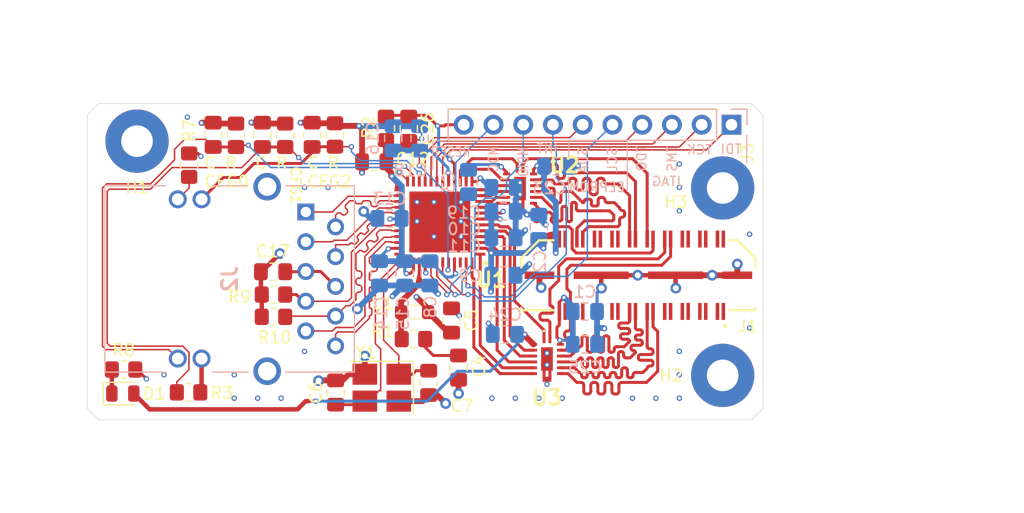
<source format=kicad_pcb>
(kicad_pcb (version 20240108) (generator "pcbnew") (generator_version "8.0")
  (layers (0 "F.Cu" signal) (1 "In1.Cu" signal) (2 "In2.Cu" signal) (31 "B.Cu" signal) (34 "B.Paste" user) (35 "F.Paste" user) (36 "B.SilkS" user "B.Silkscreen") (37 "F.SilkS" user "F.Silkscreen") (38 "B.Mask" user) (39 "F.Mask" user) (44 "Edge.Cuts" user))
  (net 0 "")
  (net 25 "/TD3+")
  (net 26 "/TD4-")
  (net 27 "/TD2-")
  (net 28 "/TD1+")
  (net 29 "/TD2+")
  (net 30 "/TD3-")
  (net 31 "/TD1-")
  (net 32 "/TD4+")
  (net 33 "/TXD2")
  (net 34 "/MDC")
  (net 35 "/RX_CTL")
  (net 36 "/TX_CLK")
  (net 37 "/TXD1")
  (net 38 "/RXD0")
  (net 39 "/RX_CLK")
  (net 40 "/TX_CTL")
  (net 41 "/TXD0")
  (net 42 "/RXD2")
  (net 43 "/TXD3")
  (net 44 "/RXD1")
  (net 45 "/MDIO")
  (net 46 "/RXD3")
  (net 47 "GND")
  (net 48 "+3V3")
  (net 49 "+1V8")
  (net 50 "Net-(C4-Pad2)")
  (net 51 "/VDDLC")
  (net 52 "/XTAL1")
  (net 53 "/XTAL2")
  (net 54 "/REG0")
  (net 55 "SHIELD")
  (net 56 "Net-(J2-CT1)")
  (net 57 "/TDO")
  (net 58 "/MDINT")
  (net 59 "/SDA")
  (net 60 "/RSTN")
  (net 61 "/TCK")
  (net 62 "/SCL")
  (net 63 "/TMS")
  (net 64 "/TDI")
  (net 65 "/LED0")
  (net 66 "/LED1")
  (net 67 "/LED2")
  (net 68 "/RIGHT_CAT")
  (net 69 "/LEFT_AN")
  (net 73 "/RX_CTL_L")
  (net 74 "/RXD0_L")
  (net 75 "/TXD0_L")
  (net 76 "/TX_CTL_L")
  (net 77 "/RXD3_L")
  (net 78 "/TX_CLK_L")
  (net 79 "/RX_CLK_L")
  (net 80 "/TXD2_L")
  (net 81 "/TXD3_L")
  (net 82 "/RXD1_L")
  (net 83 "/RXD2_L")
  (net 84 "/TXD1_L")
  (net 85 "Net-(D1-K)")
  (footprint "Capacitor_SMD:C_0805_2012Metric_Pad1.18x1.45mm_HandSolder" (layer "F.Cu") (at 104.95 64.6625 -90)
    (property "Reference" "C21" (hide yes))
    (property "Value" "CCFG1")
  )
  (footprint "Inductor_SMD:L_0805_2012Metric_Pad1.05x1.20mm_HandSolder" (layer "F.Cu") (at 117.95 79.8)
    (property "Reference" "L1")
    (property "Value" "4.7u")
  )
  (footprint "LED_SMD:LED_0805_2012Metric" (layer "F.Cu") (at 93.0375 86.75)
    (property "Reference" "D1")
    (property "Value" "LED")
  )
  (footprint "Capacitor_SMD:C_0805_2012Metric_Pad1.18x1.45mm_HandSolder" (layer "F.Cu") (at 114.5 66.9625 180)
    (property "Reference" "C12")
    (property "Value" "100n")
  )
  (footprint "Resistor_SMD:R_0805_2012Metric_Pad1.20x1.40mm_HandSolder" (layer "F.Cu") (at 115.5 64.1125 90)
    (property "Reference" "R2")
    (property "Value" "20k")
  )
  (footprint "Resistor_SMD:R_0805_2012Metric_Pad1.20x1.40mm_HandSolder" (layer "F.Cu") (at 105.9 78.3 180)
    (property "Reference" "R9")
    (property "Value" "16k")
  )
  (footprint "Capacitor_SMD:C_0805_2012Metric_Pad1.18x1.45mm_HandSolder" (layer "F.Cu") (at 117.45 64.1375 90)
    (property "Reference" "C26")
    (property "Value" "100n")
  )
  (footprint "Capacitor_SMD:C_0805_2012Metric_Pad1.18x1.45mm_HandSolder" (layer "F.Cu") (at 109.2 64.6625 -90)
    (property "Reference" "C22" (hide yes))
    (property "Value" "CCFG2")
  )
  (footprint "Resistor_SMD:R_0805_2012Metric_Pad1.20x1.40mm_HandSolder" (layer "F.Cu") (at 106.9 64.7 -90)
    (property "Reference" "R4" (hide yes))
    (property "Value" "RCFG1")
  )
  (footprint "Resistor_SMD:R_0805_2012Metric_Pad1.20x1.40mm_HandSolder" (layer "F.Cu") (at 93.1 84.7)
    (property "Reference" "R8")
    (property "Value" "330")
  )
  (footprint "Capacitor_SMD:C_0805_2012Metric_Pad1.18x1.45mm_HandSolder" (layer "F.Cu") (at 105.8625 76.35 180)
    (property "Reference" "C17")
    (property "Value" "100n")
  )
  (footprint "Resistor_SMD:R_0805_2012Metric_Pad1.20x1.40mm_HandSolder" (layer "F.Cu") (at 111.15 64.675 -90)
    (property "Reference" "R6" (hide yes))
    (property "Value" "RCFG2")
  )
  (footprint "MountingHole:MountingHole_2.7mm_M2.5_Pad" (layer "F.Cu") (at 144.25 69.2)
    (property "Reference" "H3")
    (property "Value" "MountingHole_Pad")
  )
  (footprint "MountingHole:MountingHole_2.7mm_M2.5_Pad" (layer "F.Cu") (at 94.25 65.2)
    (property "Reference" "H1")
    (property "Value" "MountingHole_Pad")
  )
  (footprint "Capacitor_SMD:C_0805_2012Metric_Pad1.18x1.45mm_HandSolder" (layer "F.Cu") (at 121.7 84.5375 90)
    (property "Reference" "C4")
    (property "Value" "333p")
  )
  (footprint "Resistor_SMD:R_0805_2012Metric_Pad1.20x1.40mm_HandSolder" (layer "F.Cu") (at 105.9 80.2 180)
    (property "Reference" "R10")
    (property "Value" "16k")
  )
  (footprint "Capacitor_SMD:C_0805_2012Metric_Pad1.18x1.45mm_HandSolder" (layer "F.Cu") (at 100.75 64.6625 -90)
    (property "Reference" "C20" (hide yes))
    (property "Value" "CCFG0")
  )
  (footprint "local:QFN50P700X700X90-49N-D" (layer "F.Cu") (at 120.1 72.1 180)
    (property "Reference" "U1")
    (property "Value" "GPY111" (hide yes))
  )
  (footprint "Resistor_SMD:R_0805_2012Metric_Pad1.20x1.40mm_HandSolder" (layer "F.Cu") (at 98.7 67.25 90)
    (property "Reference" "R7")
    (property "Value" "RLED")
  )
  (footprint "Resistor_SMD:R_0805_2012Metric_Pad1.20x1.40mm_HandSolder" (layer "F.Cu") (at 102.7 64.7 -90)
    (property "Reference" "R5" (hide yes))
    (property "Value" "RCFG0")
  )
  (footprint "local:TXV0106BQBR" (layer "F.Cu") (at 126.95 69.25)
    (property "Reference" "U2")
    (property "Value" "TXB0106RGY" (hide yes))
  )
  (footprint "local:SAMTEC_QTH-020-01-X-D-DP-A" (layer "F.Cu") (at 137.055 76.65 180)
    (property "Reference" "J1")
    (property "Value" "QTH-020-01-X-D-DP-A")
  )
  (footprint "Capacitor_SMD:C_0805_2012Metric_Pad1.18x1.45mm_HandSolder" (layer "F.Cu") (at 121.1 80.5125 -90)
    (property "Reference" "C5")
    (property "Value" "22u")
  )
  (footprint "Capacitor_SMD:C_0805_2012Metric_Pad1.18x1.45mm_HandSolder" (layer "F.Cu") (at 119.15 85.8375 -90)
    (property "Reference" "C7")
    (property "Value" "20p")
  )
  (footprint "Crystal:Crystal_SMD_3225-4Pin_3.2x2.5mm_HandSoldering" (layer "F.Cu") (at 115.15 86.25 180)
    (property "Reference" "Y1")
    (property "Value" "Crystal_GND24")
  )
  (footprint "Resistor_SMD:R_0805_2012Metric_Pad1.20x1.40mm_HandSolder" (layer "F.Cu") (at 98.65 86.65)
    (property "Reference" "R3")
    (property "Value" "RLED")
  )
  (footprint "local:TXV0106BQBR" (layer "F.Cu") (at 129.25 83.8)
    (property "Reference" "U3")
    (property "Value" "TXB0106RGY" (hide yes))
  )
  (footprint "MountingHole:MountingHole_2.7mm_M2.5_Pad" (layer "F.Cu") (at 144.25 85.2)
    (property "Reference" "H2")
    (property "Value" "MountingHole_Pad")
  )
  (footprint "Resistor_SMD:R_0805_2012Metric_Pad1.20x1.40mm_HandSolder" (layer "F.Cu") (at 117.85 82.1)
    (property "Reference" "R1")
    (property "Value" "5")
  )
  (footprint "Capacitor_SMD:C_0805_2012Metric_Pad1.18x1.45mm_HandSolder" (layer "F.Cu") (at 111.2 86.6625 90)
    (property "Reference" "C6")
    (property "Value" "20p")
  )
  (footprint "Capacitor_SMD:C_0805_2012Metric_Pad1.18x1.45mm_HandSolder" (layer "B.Cu") (at 132.4875 79.75 180)
    (property "Reference" "C1")
    (property "Value" "10u")
  )
  (footprint "Capacitor_SMD:C_0805_2012Metric_Pad1.18x1.45mm_HandSolder" (layer "B.Cu") (at 125.5375 69.15)
    (property "Reference" "C19")
    (property "Value" "100n")
  )
  (footprint "Capacitor_SMD:C_0805_2012Metric_Pad1.18x1.45mm_HandSolder" (layer "B.Cu") (at 125.5375 73.45)
    (property "Reference" "C11")
    (property "Value" "100n")
  )
  (footprint "Capacitor_SMD:C_0805_2012Metric_Pad1.18x1.45mm_HandSolder" (layer "B.Cu") (at 122.55 68.6875 -90)
    (property "Reference" "C3")
    (property "Value" "100n")
  )
  (footprint "Capacitor_SMD:C_0805_2012Metric_Pad1.18x1.45mm_HandSolder" (layer "B.Cu") (at 132.4875 82.55 180)
    (property "Reference" "C25")
    (property "Value" "100n")
  )
  (footprint "Connector_PinSocket_2.54mm:PinSocket_1x10_P2.54mm_Vertical" (layer "B.Cu") (at 145 63.8 90)
    (property "Reference" "J3")
    (property "Value" "Conn_01x10")
  )
  (footprint "Capacitor_SMD:C_0805_2012Metric_Pad1.18x1.45mm_HandSolder" (layer "B.Cu") (at 119.25 76.4875 -90)
    (property "Reference" "C8")
    (property "Value" "100n")
  )
  (footprint "Capacitor_SMD:C_0805_2012Metric_Pad1.18x1.45mm_HandSolder" (layer "B.Cu") (at 130.0375 67.35 180)
    (property "Reference" "C23")
    (property "Value" "100n")
  )
  (footprint "Capacitor_SMD:C_0805_2012Metric_Pad1.18x1.45mm_HandSolder" (layer "B.Cu") (at 125.6625 81.7 180)
    (property "Reference" "C24")
    (property "Value" "100n")
  )
  (footprint "Capacitor_SMD:C_0805_2012Metric_Pad1.18x1.45mm_HandSolder" (layer "B.Cu") (at 118.375 64.9625 90)
    (property "Reference" "C18")
    (property "Value" "100n")
  )
  (footprint "Capacitor_SMD:C_0805_2012Metric_Pad1.18x1.45mm_HandSolder" (layer "B.Cu") (at 115.8125 71.8 180)
    (property "Reference" "C13")
    (property "Value" "100n")
  )
  (footprint "Capacitor_SMD:C_0805_2012Metric_Pad1.18x1.45mm_HandSolder" (layer "B.Cu") (at 125.5375 71.2)
    (property "Reference" "C10")
    (property "Value" "100n")
  )
  (footprint "Capacitor_SMD:C_0805_2012Metric_Pad1.18x1.45mm_HandSolder" (layer "B.Cu") (at 116.125 64.9625 90)
    (property "Reference" "C16")
    (property "Value" "100n")
  )
  (footprint "Capacitor_SMD:C_0805_2012Metric_Pad1.18x1.45mm_HandSolder" (layer "B.Cu") (at 128.55 72.5125 90)
    (property "Reference" "C2")
    (property "Value" "10u")
  )
  (footprint "Capacitor_SMD:C_0805_2012Metric_Pad1.18x1.45mm_HandSolder" (layer "B.Cu") (at 114.95 76.4875 -90)
    (property "Reference" "C14")
    (property "Value" "100n")
  )
  (footprint "Capacitor_SMD:C_0805_2012Metric_Pad1.18x1.45mm_HandSolder" (layer "B.Cu") (at 125.525 76.65)
    (property "Reference" "C9")
    (property "Value" "100n")
  )
  (footprint "Capacitor_SMD:C_0805_2012Metric_Pad1.18x1.45mm_HandSolder" (layer "B.Cu") (at 117.1 76.4875 -90)
    (property "Reference" "C15")
    (property "Value" "100n")
  )
  (footprint "local:ARJM11C7502KBEW2" (layer "B.Cu") (at 111.2 72.52 90)
    (property "Reference" "J2")
    (property "Value" "ARJM11C7-502-KB-EW2" (hide yes))
  )
  (gr_poly (pts (xy 118.25 76.45) (xy 118.45 76.45) (xy 118.55 77) (xy 118.05 77.35)) (stroke (width 0.05)) (fill solid) (layer "F.Cu") (net 54))
  (gr_poly (pts (xy 116.3 69.25) (xy 117 69.25) (xy 116.75 68.75) (xy 116.35 68.9)) (stroke (width 0.1)) (fill solid) (layer "F.Cu") (net 48))
  (gr_poly (pts (xy 130.15 72.9) (xy 130.15 74.2) (xy 129.35 73.5) (xy 129.35 73.05)) (stroke (width 0.127)) (fill solid) (layer "F.Cu") (net 48))
  (gr_line (start 120.65 65.15) (end 119.65 65.15) (stroke (width 0.1)) (layer "B.SilkS"))
  (gr_line (start 131.1 66.55) (end 131.1 65.25) (stroke (width 0.1)) (layer "B.SilkS"))
  (gr_line (start 146.3 64.7) (end 146.3 67.1) (stroke (width 0.1)) (layer "B.SilkS"))
  (gr_line (start 131.1 68.2) (end 131.1 70.6) (stroke (width 0.1)) (layer "B.SilkS"))
  (gr_line (start 119.5 65.2) (end 119.5 67.6) (stroke (width 0.1)) (layer "B.SilkS"))
  (gr_line (start 136.1 65.3) (end 136.1 69.45) (stroke (width 0.1)) (layer "B.SilkS"))
  (gr_line (start 147.7 88) (end 146.7 89) (stroke (width 0.05)) (layer "Edge.Cuts"))
  (gr_line (start 146.7 89) (end 91 89) (stroke (width 0.05)) (layer "Edge.Cuts"))
  (gr_line (start 91 62) (end 90 63) (stroke (width 0.05)) (layer "Edge.Cuts"))
  (gr_line (start 146.7 62) (end 91 62) (stroke (width 0.05)) (layer "Edge.Cuts"))
  (gr_line (start 90 63) (end 90 88) (stroke (width 0.05)) (layer "Edge.Cuts"))
  (gr_line (start 147.7 63) (end 147.7 88) (stroke (width 0.05)) (layer "Edge.Cuts"))
  (gr_line (start 146.7 62) (end 147.7 63) (stroke (width 0.05)) (layer "Edge.Cuts"))
  (gr_line (start 91 89) (end 90 88) (stroke (width 0.05)) (layer "Edge.Cuts"))
  (gr_text "JTAG" (at 141 69.1 0) (layer "B.SilkS") (effects (font (size 0.8 0.8) (thickness 0.12)) (justify left bottom mirror)))
  (gr_text "TMS" (at 140.4 65.45 90) (layer "B.SilkS") (effects (font (size 0.8 0.8) (thickness 0.12)) (justify left bottom mirror)))
  (gr_text "EEPROM" (at 136 69.6 0) (layer "B.SilkS") (effects (font (size 0.8 0.8) (thickness 0.12)) (justify left bottom mirror)))
  (gr_text "SDA" (at 132.8 65.6 90) (layer "B.SilkS") (effects (font (size 0.8 0.8) (thickness 0.12)) (justify left bottom mirror)))
  (gr_text "TDO" (at 137.8 65.45 90) (layer "B.SilkS") (effects (font (size 0.8 0.8) (thickness 0.12)) (justify left bottom mirror)))
  (gr_text "SCL" (at 135.3 65.6 90) (layer "B.SilkS") (effects (font (size 0.8 0.8) (thickness 0.12)) (justify left bottom mirror)))
  (gr_text "MDC" (at 125.15 65.55 90) (layer "B.SilkS") (effects (font (size 0.8 0.7) (thickness 0.12)) (justify left bottom mirror)))
  (gr_text "INT" (at 130.25 66.3 0) (layer "B.SilkS") (effects (font (size 0.8 0.8) (thickness 0.12)) (justify left bottom mirror)))
  (gr_text "TCK" (at 143.45 66.4 0) (layer "B.SilkS") (effects (font (size 0.8 0.8) (thickness 0.12)) (justify left bottom mirror)))
  (gr_text "MDIO" (at 127.7 65.6 90) (layer "B.SilkS") (effects (font (size 0.8 0.7) (thickness 0.12)) (justify left bottom mirror)))
  (gr_text "TDI" (at 145.95 66.35 0) (layer "B.SilkS") (effects (font (size 0.8 0.8) (thickness 0.12)) (justify left bottom mirror)))
  (gr_text "RESET" (at 122.8 66.6 0) (layer "B.SilkS") (effects (font (size 0.8 0.7) (thickness 0.12)) (justify left bottom mirror)))
  (gr_text "C R\nCFG0" (at 99.9 69.25 0) (layer "F.SilkS") (effects (font (size 1 1)) (justify left bottom)))
  (gr_text "CFG1" (at 107.3 67.25 270) (layer "F.SilkS") (effects (font (size 0.85 0.85)) (justify left bottom)))
  (gr_text "C R\nCFG2" (at 108.65 69.25 0) (layer "F.SilkS") (effects (font (size 1 1)) (justify left bottom)))
  (gr_text "C R" (at 104.25 67.65 0) (layer "F.SilkS") (effects (font (size 1 1)) (justify left bottom)))
  (segment (start 116.012499 72.35) (end 116.65 72.35) (width 0.127) (layer "F.Cu") (net 25))
  (segment (start 112.260592 78.87) (end 112.5595 78.571092) (width 0.127) (layer "F.Cu") (net 25))
  (segment (start 107.85 78.3) (end 106.9 78.3) (width 0.254) (layer "F.Cu") (net 25))
  (segment (start 108.42 78.87) (end 107.85 78.3) (width 0.254) (layer "F.Cu") (net 25))
  (segment (start 108.66 78.87) (end 108.42 78.87) (width 0.254) (layer "F.Cu") (net 25))
  (segment (start 115.952999 72.4095) (end 116.012499 72.35) (width 0.127) (layer "F.Cu") (net 25))
  (segment (start 114.821092 72.4095) (end 115.952999 72.4095) (width 0.127) (layer "F.Cu") (net 25))
  (segment (start 112.5595 74.671092) (end 114.821092 72.4095) (width 0.127) (layer "F.Cu") (net 25))
  (segment (start 108.66 78.87) (end 112.260592 78.87) (width 0.127) (layer "F.Cu") (net 25))
  (segment (start 112.5595 78.571092) (end 112.5595 74.671092) (width 0.127) (layer "F.Cu") (net 25))
  (segment (start 114.0905 79.366979) (end 114.0905 78.966979) (width 0.127) (layer "F.Cu") (net 26))
  (segment (start 114.2905 78.766979) (end 114.2905 78.366979) (width 0.127) (layer "F.Cu") (net 26))
  (segment (start 114.0905 78.166979) (end 114.0905 77.766979) (width 0.127) (layer "F.Cu") (net 26))
  (segment (start 116.012499 73.85) (end 116.65 73.85) (width 0.127) (layer "F.Cu") (net 26))
  (segment (start 111.2 82.68) (end 111.2 81.679408) (width 0.127) (layer "F.Cu") (net 26))
  (segment (start 114.2905 77.566979) (end 114.2905 77.166979) (width 0.127) (layer "F.Cu") (net 26))
  (segment (start 115.952999 73.7905) (end 116.012499 73.85) (width 0.127) (layer "F.Cu") (net 26))
  (segment (start 114.0905 75.486979) (end 114.0905 75.178908) (width 0.127) (layer "F.Cu") (net 26))
  (segment (start 111.388908 81.4905) (end 112.913253 81.4905) (width 0.127) (layer "F.Cu") (net 26))
  (segment (start 112.913253 81.4905) (end 114.0905 80.313253) (width 0.127) (layer "F.Cu") (net 26))
  (segment (start 114.506993 75.726979) (end 114.3305 75.726979) (width 0.127) (layer "F.Cu") (net 26))
  (segment (start 114.0905 80.313253) (end 114.0905 80.166979) (width 0.127) (layer "F.Cu") (net 26))
  (segment (start 114.2905 79.966979) (end 114.2905 79.566979) (width 0.127) (layer "F.Cu") (net 26))
  (segment (start 114.746993 76.086979) (end 114.746993 75.966979) (width 0.127) (layer "F.Cu") (net 26))
  (segment (start 111.2 81.679408) (end 111.388908 81.4905) (width 0.127) (layer "F.Cu") (net 26))
  (segment (start 114.3305 76.326979) (end 114.506993 76.326979) (width 0.127) (layer "F.Cu") (net 26))
  (segment (start 115.478908 73.7905) (end 115.952999 73.7905) (width 0.127) (layer "F.Cu") (net 26))
  (segment (start 114.0905 76.966979) (end 114.0905 76.566979) (width 0.127) (layer "F.Cu") (net 26))
  (segment (start 114.0905 75.178908) (end 115.478908 73.7905) (width 0.127) (layer "F.Cu") (net 26))
  (arc (start 114.1905 79.466979) (mid 114.119789 79.43769) (end 114.0905 79.366979) (width 0.127) (layer "F.Cu") (net 26))
  (arc (start 114.1905 78.266979) (mid 114.119789 78.23769) (end 114.0905 78.166979) (width 0.127) (layer "F.Cu") (net 26))
  (arc (start 114.2905 79.566979) (mid 114.261211 79.496268) (end 114.1905 79.466979) (width 0.127) (layer "F.Cu") (net 26))
  (arc (start 114.0905 77.766979) (mid 114.119789 77.696268) (end 114.1905 77.666979) (width 0.127) (layer "F.Cu") (net 26))
  (arc (start 114.0905 76.566979) (mid 114.160794 76.397273) (end 114.3305 76.326979) (width 0.127) (layer "F.Cu") (net 26))
  (arc (start 114.1905 77.666979) (mid 114.261211 77.63769) (end 114.2905 77.566979) (width 0.127) (layer "F.Cu") (net 26))
  (arc (start 114.0905 78.966979) (mid 114.119789 78.896268) (end 114.1905 78.866979) (width 0.127) (layer "F.Cu") (net 26))
  (arc (start 114.0905 80.166979) (mid 114.119789 80.096268) (end 114.1905 80.066979) (width 0.127) (layer "F.Cu") (net 26))
  (arc (start 114.1905 77.066979) (mid 114.119789 77.03769) (end 114.0905 76.966979) (width 0.127) (layer "F.Cu") (net 26))
  (arc (start 114.3305 75.726979) (mid 114.160794 75.656685) (end 114.0905 75.486979) (width 0.127) (layer "F.Cu") (net 26))
  (arc (start 114.1905 80.066979) (mid 114.261211 80.03769) (end 114.2905 79.966979) (width 0.127) (layer "F.Cu") (net 26))
  (arc (start 114.1905 78.866979) (mid 114.261211 78.83769) (end 114.2905 78.766979) (width 0.127) (layer "F.Cu") (net 26))
  (arc (start 114.746993 75.966979) (mid 114.676699 75.797273) (end 114.506993 75.726979) (width 0.127) (layer "F.Cu") (net 26))
  (arc (start 114.2905 78.366979) (mid 114.261211 78.296268) (end 114.1905 78.266979) (width 0.127) (layer "F.Cu") (net 26))
  (arc (start 114.506993 76.326979) (mid 114.676699 76.256685) (end 114.746993 76.086979) (width 0.127) (layer "F.Cu") (net 26))
  (arc (start 114.2905 77.166979) (mid 114.261211 77.096268) (end 114.1905 77.066979) (width 0.127) (layer "F.Cu") (net 26))
  (segment (start 115.078908 71.2905) (end 115.952999 71.2905) (width 0.127) (layer "F.Cu") (net 27))
  (segment (start 115.952999 71.2905) (end 116.012499 71.35) (width 0.127) (layer "F.Cu") (net 27))
  (segment (start 111.218908 74.0405) (end 112.328908 74.0405) (width 0.127) (layer "F.Cu") (net 27))
  (segment (start 113.094697 73.274708) (end 113.271475 73.097932) (width 0.127) (layer "F.Cu") (net 27))
  (segment (start 116.012499 71.35) (end 116.65 71.35) (width 0.127) (layer "F.Cu") (net 27))
  (segment (start 111.2 74.059408) (end 111.218908 74.0405) (width 0.127) (layer "F.Cu") (net 27))
  (segment (start 111.2 75.06) (end 111.2 74.059408) (width 0.127) (layer "F.Cu") (net 27))
  (segment (start 114.791755 71.57765) (end 115.078908 71.2905) (width 0.127) (layer "F.Cu") (net 27))
  (segment (start 112.328908 74.0405) (end 112.422947 73.946461) (width 0.127) (layer "F.Cu") (net 27))
  (segment (start 113.76645 73.097932) (end 113.943226 72.921155) (width 0.127) (layer "F.Cu") (net 27))
  (segment (start 114.614979 72.249403) (end 114.791755 72.072626) (width 0.127) (layer "F.Cu") (net 27))
  (segment (start 112.917921 73.946461) (end 113.094697 73.769684) (width 0.127) (layer "F.Cu") (net 27))
  (segment (start 114.120004 72.249403) (end 114.120005 72.249403) (width 0.127) (layer "F.Cu") (net 27))
  (segment (start 113.943226 72.426179) (end 114.120004 72.249403) (width 0.127) (layer "F.Cu") (net 27))
  (segment (start 113.271475 73.097932) (end 113.271476 73.097932) (width 0.127) (layer "F.Cu") (net 27))
  (arc (start 114.791755 72.072626) (mid 114.843011 71.948882) (end 114.791755 71.825138) (width 0.127) (layer "F.Cu") (net 27))
  (arc (start 112.670434 73.946461) (mid 112.794178 73.997717) (end 112.917921 73.946461) (width 0.127) (layer "F.Cu") (net 27))
  (arc (start 113.094697 73.769684) (mid 113.145953 73.64594) (end 113.094697 73.522196) (width 0.127) (layer "F.Cu") (net 27))
  (arc (start 113.094697 73.522196) (mid 113.043441 73.398452) (end 113.094697 73.274708) (width 0.127) (layer "F.Cu") (net 27))
  (arc (start 113.943226 72.921155) (mid 113.994482 72.797411) (end 113.943226 72.673667) (width 0.127) (layer "F.Cu") (net 27))
  (arc (start 113.943226 72.673667) (mid 113.89197 72.549923) (end 113.943226 72.426179) (width 0.127) (layer "F.Cu") (net 27))
  (arc (start 114.120005 72.249403) (mid 114.243748 72.198147) (end 114.367492 72.249403) (width 0.127) (layer "F.Cu") (net 27))
  (arc (start 113.271476 73.097932) (mid 113.395219 73.046676) (end 113.518963 73.097932) (width 0.127) (layer "F.Cu") (net 27))
  (arc (start 113.518963 73.097932) (mid 113.642707 73.149188) (end 113.76645 73.097932) (width 0.127) (layer "F.Cu") (net 27))
  (arc (start 112.422947 73.946461) (mid 112.54669 73.895205) (end 112.670434 73.946461) (width 0.127) (layer "F.Cu") (net 27))
  (arc (start 114.367492 72.249403) (mid 114.491236 72.300659) (end 114.614979 72.249403) (width 0.127) (layer "F.Cu") (net 27))
  (arc (start 114.791755 71.825138) (mid 114.740499 71.701394) (end 114.791755 71.57765) (width 0.127) (layer "F.Cu") (net 27))
  (segment (start 116.012499 69.85) (end 116.65 69.85) (width 0.127) (layer "F.Cu") (net 28))
  (segment (start 108.66 71.25) (end 110.930592 71.25) (width 0.127) (layer "F.Cu") (net 28))
  (segment (start 112.271092 69.9095) (end 115.952999 69.9095) (width 0.127) (layer "F.Cu") (net 28))
  (segment (start 115.952999 69.9095) (end 116.012499 69.85) (width 0.127) (layer "F.Cu") (net 28))
  (segment (start 110.930592 71.25) (end 112.271092 69.9095) (width 0.127) (layer "F.Cu") (net 28))
  (segment (start 114.921092 70.9095) (end 115.952999 70.9095) (width 0.127) (layer "F.Cu") (net 29))
  (segment (start 115.952999 70.9095) (end 116.012499 70.85) (width 0.127) (layer "F.Cu") (net 29))
  (segment (start 110.930592 73.79) (end 111.061092 73.6595) (width 0.127) (layer "F.Cu") (net 29))
  (segment (start 111.061092 73.6595) (end 112.171092 73.6595) (width 0.127) (layer "F.Cu") (net 29))
  (segment (start 108.66 73.79) (end 110.930592 73.79) (width 0.127) (layer "F.Cu") (net 29))
  (segment (start 116.012499 70.85) (end 116.65 70.85) (width 0.127) (layer "F.Cu") (net 29))
  (segment (start 112.171092 73.6595) (end 114.921092 70.9095) (width 0.127) (layer "F.Cu") (net 29))
  (segment (start 111.2 80.14) (end 112.089 79.251) (width 0.127) (layer "F.Cu") (net 30))
  (segment (start 115.952999 72.7905) (end 116.012499 72.85) (width 0.127) (layer "F.Cu") (net 30))
  (segment (start 112.9405 76.052086) (end 112.9405 74.828908) (width 0.127) (layer "F.Cu") (net 30))
  (segment (start 114.023694 73.745713) (end 114.023695 73.745713) (width 0.127) (layer "F.Cu") (net 30))
  (segment (start 113.2005 76.292086) (end 113.1805 76.292086) (width 0.127) (layer "F.Cu") (net 30))
  (segment (start 106.96 80.14) (end 106.9 80.2) (width 0.127) (layer "F.Cu") (net 30))
  (segment (start 113.1805 76.892086) (end 113.2005 76.892086) (width 0.127) (layer "F.Cu") (net 30))
  (segment (start 112.9405 77.252086) (end 112.9405 77.132086) (width 0.127) (layer "F.Cu") (net 30))
  (segment (start 114.756465 73.01294) (end 114.951498 72.81791) (width 0.127) (layer "F.Cu") (net 30))
  (segment (start 114.640709 73.745713) (end 114.756465 73.629956) (width 0.127) (layer "F.Cu") (net 30))
  (segment (start 114.978908 72.7905) (end 115.952999 72.7905) (width 0.127) (layer "F.Cu") (net 30))
  (segment (start 113.792028 74.594242) (end 113.90786 74.478409) (width 0.127) (layer "F.Cu") (net 30))
  (segment (start 113.1805 78.092086) (end 113.2005 78.092086) (width 0.127) (layer "F.Cu") (net 30))
  (segment (start 113.90786 73.861545) (end 114.023694 73.745713) (width 0.127) (layer "F.Cu") (net 30))
  (segment (start 112.089 79.251) (end 112.418408 79.251) (width 0.127) (layer "F.Cu") (net 30))
  (segment (start 112.418408 79.251) (end 112.9405 78.728908) (width 0.127) (layer "F.Cu") (net 30))
  (segment (start 113.4405 77.852086) (end 113.4405 77.732086) (width 0.127) (layer "F.Cu") (net 30))
  (segment (start 112.9405 74.828908) (end 113.175166 74.594242) (width 0.127) (layer "F.Cu") (net 30))
  (segment (start 113.4405 76.652086) (end 113.4405 76.532086) (width 0.127) (layer "F.Cu") (net 30))
  (segment (start 114.951498 72.81791) (end 114.978908 72.7905) (width 0.127) (layer "F.Cu") (net 30))
  (segment (start 116.012499 72.85) (end 116.65 72.85) (width 0.127) (layer "F.Cu") (net 30))
  (segment (start 111.2 80.14) (end 106.96 80.14) (width 0.127) (layer "F.Cu") (net 30))
  (segment (start 113.2005 77.492086) (end 113.1805 77.492086) (width 0.127) (layer "F.Cu") (net 30))
  (segment (start 112.9405 78.728908) (end 112.9405 78.332086) (width 0.127) (layer "F.Cu") (net 30))
  (arc (start 113.1805 77.492086) (mid 113.010794 77.421792) (end 112.9405 77.252086) (width 0.127) (layer "F.Cu") (net 30))
  (arc (start 112.9405 78.332086) (mid 113.010794 78.16238) (end 113.1805 78.092086) (width 0.127) (layer "F.Cu") (net 30))
  (arc (start 114.756465 73.321448) (mid 114.692571 73.167194) (end 114.756465 73.01294) (width 0.127) (layer "F.Cu") (net 30))
  (arc (start 114.756465 73.629956) (mid 114.820359 73.475702) (end 114.756465 73.321448) (width 0.127) (layer "F.Cu") (net 30))
  (arc (start 113.90786 74.478409) (mid 113.971738 74.324193) (end 113.90786 74.169977) (width 0.127) (layer "F.Cu") (net 30))
  (arc (start 113.2005 78.092086) (mid 113.370206 78.021792) (end 113.4405 77.852086) (width 0.127) (layer "F.Cu") (net 30))
  (arc (start 114.023695 73.745713) (mid 114.177948 73.681819) (end 114.332202 73.745713) (width 0.127) (layer "F.Cu") (net 30))
  (arc (start 113.4405 76.532086) (mid 113.370206 76.36238) (end 113.2005 76.292086) (width 0.127) (layer "F.Cu") (net 30))
  (arc (start 113.4405 77.732086) (mid 113.370206 77.56238) (end 113.2005 77.492086) (width 0.127) (layer "F.Cu") (net 30))
  (arc (start 113.483597 74.594242) (mid 113.637813 74.65812) (end 113.792028 74.594242) (width 0.127) (layer "F.Cu") (net 30))
  (arc (start 113.1805 76.292086) (mid 113.010794 76.221792) (end 112.9405 76.052086) (width 0.127) (layer "F.Cu") (net 30))
  (arc (start 113.175166 74.594242) (mid 113.329381 74.530364) (end 113.483597 74.594242) (width 0.127) (layer "F.Cu") (net 30))
  (arc (start 113.2005 76.892086) (mid 113.370206 76.821792) (end 113.4405 76.652086) (width 0.127) (layer "F.Cu") (net 30))
  (arc (start 112.9405 77.132086) (mid 113.010794 76.96238) (end 113.1805 76.892086) (width 0.127) (layer "F.Cu") (net 30))
  (arc (start 114.332202 73.745713) (mid 114.486456 73.809606) (end 114.640709 73.745713) (width 0.127) (layer "F.Cu") (net 30))
  (arc (start 113.90786 74.169977) (mid 113.843982 74.015761) (end 113.90786 73.861545) (width 0.127) (layer "F.Cu") (net 30))
  (segment (start 113.629151 70.2905) (end 113.979151 70.2905) (width 0.127) (layer "F.Cu") (net 31))
  (segment (start 112.428908 70.2905) (end 112.779151 70.2905) (width 0.127) (layer "F.Cu") (net 31))
  (segment (start 115.059151 70.2905) (end 115.920396 70.2905) (width 0.127) (layer "F.Cu") (net 31))
  (segment (start 114.219151 70.5305) (end 114.219151 70.5505) (width 0.127) (layer "F.Cu") (net 31))
  (segment (start 112.185769 70.533638) (end 112.428908 70.2905) (width 0.127) (layer "F.Cu") (net 31))
  (segment (start 112.159009 71.015995) (end 112.100915 70.957901) (width 0.127) (layer "F.Cu") (net 31))
  (segment (start 112.074157 71.44026) (end 112.159009 71.355407) (width 0.127) (layer "F.Cu") (net 31))
  (segment (start 116.012499 70.35) (end 116.65 70.35) (width 0.127) (layer "F.Cu") (net 31))
  (segment (start 114.459151 70.7905) (end 114.579151 70.7905) (width 0.127) (layer "F.Cu") (net 31))
  (segment (start 112.100915 70.618489) (end 112.185769 70.533638) (width 0.127) (layer "F.Cu") (net 31))
  (segment (start 115.920396 70.2905) (end 115.952999 70.2905) (width 0.127) (layer "F.Cu") (net 31))
  (segment (start 111.676652 71.382167) (end 111.734745 71.44026) (width 0.127) (layer "F.Cu") (net 31))
  (segment (start 111.2 71.519408) (end 111.337241 71.382167) (width 0.127) (layer "F.Cu") (net 31))
  (segment (start 114.819151 70.5505) (end 114.819151 70.5305) (width 0.127) (layer "F.Cu") (net 31))
  (segment (start 111.2 72.52) (end 111.2 71.519408) (width 0.127) (layer "F.Cu") (net 31))
  (segment (start 115.952999 70.2905) (end 116.012499 70.35) (width 0.127) (layer "F.Cu") (net 31))
  (segment (start 113.029151 70.5405) (end 113.379151 70.5405) (width 0.127) (layer "F.Cu") (net 31))
  (arc (start 111.734745 71.44026) (mid 111.904451 71.510555) (end 112.074157 71.44026) (width 0.127) (layer "F.Cu") (net 31))
  (arc (start 113.379151 70.5405) (mid 113.467539 70.503888) (end 113.504151 70.4155) (width 0.127) (layer "F.Cu") (net 31))
  (arc (start 112.100915 70.957901) (mid 112.03062 70.788195) (end 112.100915 70.618489) (width 0.127) (layer "F.Cu") (net 31))
  (arc (start 114.219151 70.5505) (mid 114.289445 70.720206) (end 114.459151 70.7905) (width 0.127) (layer "F.Cu") (net 31))
  (arc (start 114.819151 70.5305) (mid 114.889445 70.360794) (end 115.059151 70.2905) (width 0.127) (layer "F.Cu") (net 31))
  (arc (start 113.979151 70.2905) (mid 114.148857 70.360794) (end 114.219151 70.5305) (width 0.127) (layer "F.Cu") (net 31))
  (arc (start 112.779151 70.2905) (mid 112.867539 70.327112) (end 112.904151 70.4155) (width 0.127) (layer "F.Cu") (net 31))
  (arc (start 114.579151 70.7905) (mid 114.748857 70.720206) (end 114.819151 70.5505) (width 0.127) (layer "F.Cu") (net 31))
  (arc (start 111.337241 71.382167) (mid 111.506946 71.311873) (end 111.676652 71.382167) (width 0.127) (layer "F.Cu") (net 31))
  (arc (start 112.159009 71.355407) (mid 112.229304 71.185701) (end 112.159009 71.015995) (width 0.127) (layer "F.Cu") (net 31))
  (arc (start 113.504151 70.4155) (mid 113.540763 70.327112) (end 113.629151 70.2905) (width 0.127) (layer "F.Cu") (net 31))
  (arc (start 112.904151 70.4155) (mid 112.940763 70.503888) (end 113.029151 70.5405) (width 0.127) (layer "F.Cu") (net 31))
  (segment (start 110.930592 81.41) (end 111.231092 81.1095) (width 0.127) (layer "F.Cu") (net 32))
  (segment (start 113.7095 75.021092) (end 115.321092 73.4095) (width 0.127) (layer "F.Cu") (net 32))
  (segment (start 116.012499 73.35) (end 116.65 73.35) (width 0.127) (layer "F.Cu") (net 32))
  (segment (start 112.755437 81.1095) (end 113.7095 80.155437) (width 0.127) (layer "F.Cu") (net 32))
  (segment (start 111.231092 81.1095) (end 112.755437 81.1095) (width 0.127) (layer "F.Cu") (net 32))
  (segment (start 115.952999 73.4095) (end 116.012499 73.35) (width 0.127) (layer "F.Cu") (net 32))
  (segment (start 108.66 81.41) (end 110.930592 81.41) (width 0.127) (layer "F.Cu") (net 32))
  (segment (start 115.321092 73.4095) (end 115.952999 73.4095) (width 0.127) (layer "F.Cu") (net 32))
  (segment (start 113.7095 80.155437) (end 113.7095 75.021092) (width 0.127) (layer "F.Cu") (net 32))
  (segment (start 124.45 69.85) (end 124.8 69.5) (width 0.254) (layer "F.Cu") (net 33))
  (segment (start 123.55 69.85) (end 124.45 69.85) (width 0.254) (layer "F.Cu") (net 33))
  (segment (start 124.8 69.5) (end 125.8 69.5) (width 0.254) (layer "F.Cu") (net 33))
  (segment (start 119.35 76.744) (end 120.7 78.094) (width 0.127) (layer "F.Cu") (net 34))
  (segment (start 119.35 75.55) (end 119.35 76.744) (width 0.127) (layer "F.Cu") (net 34))
  (segment (start 120.7 78.094) (end 120.7 78.3) (width 0.127) (layer "F.Cu") (net 34))
  (via (at 120.7 78.3) (size 0.4572) (drill 0.254) (layers "F.Cu" "B.Cu") (net 34))
  (segment (start 120.7 78.3) (end 120.8 78.3) (width 0.127) (layer "B.Cu") (net 34))
  (segment (start 121.85 71.1) (end 121.4595 70.7095) (width 0.127) (layer "B.Cu") (net 34))
  (segment (start 121.4595 67.0205) (end 121.4595 67.2) (width 0.127) (layer "B.Cu") (net 34))
  (segment (start 124.68 63.8) (end 121.4595 67.0205) (width 0.127) (layer "B.Cu") (net 34))
  (segment (start 121.4595 70.7095) (end 121.4595 67.2) (width 0.127) (layer "B.Cu") (net 34))
  (segment (start 122.8 75.772962) (end 122.8 72.05) (width 0.127) (layer "B.Cu") (net 34))
  (segment (start 121 78.1) (end 121 77.572962) (width 0.127) (layer "B.Cu") (net 34))
  (segment (start 122.8 72.05) (end 121.85 71.1) (width 0.127) (layer "B.Cu") (net 34))
  (segment (start 120.8 78.3) (end 121 78.1) (width 0.127) (layer "B.Cu") (net 34))
  (segment (start 121 77.572962) (end 122.8 75.772962) (width 0.127) (layer "B.Cu") (net 34))
  (segment (start 123.004 82.804) (end 125.25 85.05) (width 0.254) (layer "F.Cu") (net 35))
  (segment (start 122.85 76.8) (end 123.004 76.954) (width 0.254) (layer "F.Cu") (net 35))
  (segment (start 123.004 76.954) (end 123.004 82.804) (width 0.254) (layer "F.Cu") (net 35))
  (segment (start 122.85 75.55) (end 122.85 76.8) (width 0.254) (layer "F.Cu") (net 35))
  (segment (start 125.25 85.05) (end 128.1 85.05) (width 0.254) (layer "F.Cu") (net 35))
  (segment (start 123.55 70.85) (end 124.65 70.85) (width 0.254) (layer "F.Cu") (net 36))
  (segment (start 125 70.5) (end 125.8 70.5) (width 0.254) (layer "F.Cu") (net 36))
  (segment (start 124.65 70.85) (end 125 70.5) (width 0.254) (layer "F.Cu") (net 36))
  (segment (start 124.65 69) (end 125.8 69) (width 0.254) (layer "F.Cu") (net 37))
  (segment (start 123.55 69.35) (end 124.3 69.35) (width 0.254) (layer "F.Cu") (net 37))
  (segment (start 124.3 69.35) (end 124.65 69) (width 0.254) (layer "F.Cu") (net 37))
  (segment (start 126.1 73.3) (end 125.685 72.885) (width 0.254) (layer "F.Cu") (net 38))
  (segment (start 127.3 83.05) (end 126.1 81.85) (width 0.254) (layer "F.Cu") (net 38))
  (segment (start 124.435 72.885) (end 124.4 72.85) (width 0.254) (layer "F.Cu") (net 38))
  (segment (start 124.4 72.85) (end 123.55 72.85) (width 0.254) (layer "F.Cu") (net 38))
  (segment (start 128.1 83.05) (end 127.3 83.05) (width 0.254) (layer "F.Cu") (net 38))
  (segment (start 126.1 81.85) (end 126.1 73.3) (width 0.254) (layer "F.Cu") (net 38))
  (segment (start 125.685 72.885) (end 124.435 72.885) (width 0.254) (layer "F.Cu") (net 38))
  (segment (start 126.481 73.081) (end 125.9 72.5) (width 0.254) (layer "F.Cu") (net 39))
  (segment (start 126.481 78.831) (end 126.481 73.081) (width 0.254) (layer "F.Cu") (net 39))
  (segment (start 125.896 72.504) (end 125.241236 72.504) (width 0.254) (layer "F.Cu") (net 39))
  (segment (start 125.087236 72.35) (end 123.55 72.35) (width 0.254) (layer "F.Cu") (net 39))
  (segment (start 129 81.35) (end 126.481 78.831) (width 0.254) (layer "F.Cu") (net 39))
  (segment (start 129 82.15) (end 129 81.35) (width 0.254) (layer "F.Cu") (net 39))
  (segment (start 125.241236 72.504) (end 125.087236 72.35) (width 0.254) (layer "F.Cu") (net 39))
  (segment (start 125.9 72.5) (end 125.896 72.504) (width 0.254) (layer "F.Cu") (net 39))
  (segment (start 121.85 68.65) (end 121.85 67.7) (width 0.254) (layer "F.Cu") (net 40))
  (segment (start 121.85 67.7) (end 122.85 66.7) (width 0.254) (layer "F.Cu") (net 40))
  (segment (start 126.3 66.7) (end 126.7 67.1) (width 0.254) (layer "F.Cu") (net 40))
  (segment (start 122.85 66.7) (end 122.9 66.7) (width 0.254) (layer "F.Cu") (net 40))
  (segment (start 126.7 67.1) (end 126.7 67.6) (width 0.254) (layer "F.Cu") (net 40))
  (segment (start 122.9 66.7) (end 126.3 66.7) (width 0.254) (layer "F.Cu") (net 40))
  (segment (start 122.35 68.1) (end 122.85 67.6) (width 0.254) (layer "F.Cu") (net 41))
  (segment (start 122.35 68.65) (end 122.35 68.1) (width 0.254) (layer "F.Cu") (net 41))
  (segment (start 125.4 68.5) (end 125.8 68.5) (width 0.254) (layer "F.Cu") (net 41))
  (segment (start 124.5 67.6) (end 125.4 68.5) (width 0.254) (layer "F.Cu") (net 41))
  (segment (start 122.85 67.6) (end 124.5 67.6) (width 0.254) (layer "F.Cu") (net 41))
  (segment (start 124.9915 83.0415) (end 126 84.05) (width 0.254) (layer "F.Cu") (net 42))
  (segment (start 124.9915 74.541236) (end 124.9915 83.0415) (width 0.254) (layer "F.Cu") (net 42))
  (segment (start 124.300264 73.85) (end 124.9915 74.541236) (width 0.254) (layer "F.Cu") (net 42))
  (segment (start 123.55 73.85) (end 124.300264 73.85) (width 0.254) (layer "F.Cu") (net 42))
  (segment (start 126 84.05) (end 128.1 84.05) (width 0.254) (layer "F.Cu") (net 42))
  (segment (start 124.9 70) (end 125.8 70) (width 0.254) (layer "F.Cu") (net 43))
  (segment (start 123.55 70.35) (end 124.55 70.35) (width 0.254) (layer "F.Cu") (net 43))
  (segment (start 124.55 70.35) (end 124.9 70) (width 0.254) (layer "F.Cu") (net 43))
  (segment (start 125.6 73.5) (end 125.6 82.2) (width 0.254) (layer "F.Cu") (net 44))
  (segment (start 123.55 73.35) (end 125.45 73.35) (width 0.254) (layer "F.Cu") (net 44))
  (segment (start 125.45 73.35) (end 125.6 73.5) (width 0.254) (layer "F.Cu") (net 44))
  (segment (start 125.6 82.2) (end 126.95 83.55) (width 0.254) (layer "F.Cu") (net 44))
  (segment (start 126.95 83.55) (end 128.1 83.55) (width 0.254) (layer "F.Cu") (net 44))
  (segment (start 119.85 76.75) (end 121.4 78.3) (width 0.127) (layer "F.Cu") (net 45))
  (segment (start 119.85 75.55) (end 119.85 76.75) (width 0.127) (layer "F.Cu") (net 45))
  (via (at 121.4 78.3) (size 0.4572) (drill 0.254) (layers "F.Cu" "B.Cu") (net 45))
  (segment (start 122 77.1) (end 123.1 76) (width 0.127) (layer "B.Cu") (net 45))
  (segment (start 125.033388 70.0655) (end 125.797 69.301888) (width 0.127) (layer "B.Cu") (net 45))
  (segment (start 123.1 70.938612) (end 123.973112 70.0655) (width 0.127) (layer "B.Cu") (net 45))
  (segment (start 121.8 78.3) (end 122 78.1) (width 0.127) (layer "B.Cu") (net 45))
  (segment (start 122 78.1) (end 122 77.1) (width 0.127) (layer "B.Cu") (net 45))
  (segment (start 125.797 69.301888) (end 125.797 68.453) (width 0.127) (layer "B.Cu") (net 45))
  (segment (start 123.973112 70.0655) (end 125.033388 70.0655) (width 0.127) (layer "B.Cu") (net 45))
  (segment (start 121.4 78.3) (end 121.8 78.3) (width 0.127) (layer "B.Cu") (net 45))
  (segment (start 123.1 76) (end 123.1 70.938612) (width 0.127) (layer "B.Cu") (net 45))
  (segment (start 127.22 67.03) (end 127.22 63.8) (width 0.127) (layer "B.Cu") (net 45))
  (segment (start 125.797 68.453) (end 127.22 67.03) (width 0.127) (layer "B.Cu") (net 45))
  (segment (start 123.55 74.85) (end 123.55 82.65) (width 0.254) (layer "F.Cu") (net 46))
  (segment (start 123.55 82.65) (end 125.45 84.55) (width 0.254) (layer "F.Cu") (net 46))
  (segment (start 125.45 84.55) (end 128.1 84.55) (width 0.254) (layer "F.Cu") (net 46))
  (segment (start 100.825 63.7) (end 100.75 63.625) (width 0.5) (layer "F.Cu") (net 47))
  (segment (start 102.7 63.7) (end 100.825 63.7) (width 0.5) (layer "F.Cu") (net 47))
  (segment (start 98.7 66.25) (end 99.45 66.25) (width 0.254) (layer "F.Cu") (net 47))
  (segment (start 129.5 85.45) (end 129.5 84.05) (width 0.254) (layer "F.Cu") (net 47))
  (segment (start 117.45 65.075) (end 118.475 65.075) (width 0.127) (layer "F.Cu") (net 47))
  (segment (start 109.2 63.625) (end 108.2 63.625) (width 0.5) (layer "F.Cu") (net 47))
  (segment (start 113.7 85.1) (end 113.7 83.725) (width 0.5) (layer "F.Cu") (net 47))
  (segment (start 128.61 77.56) (end 128.750241 77.700241) (width 0.5) (layer "F.Cu") (net 47))
  (segment (start 99.775 63.625) (end 99.75 63.65) (width 0.5) (layer "F.Cu") (net 47))
  (segment (start 116.6 87.4) (end 118.625 87.4) (width 0.5) (layer "F.Cu") (net 47))
  (segment (start 100.75 63.625) (end 99.775 63.625) (width 0.5) (layer "F.Cu") (net 47))
  (segment (start 112.325 85.1) (end 113.7 85.1) (width 0.5) (layer "F.Cu") (net 47))
  (segment (start 106.9 63.7) (end 105.025 63.7) (width 0.5) (layer "F.Cu") (net 47))
  (segment (start 126.7 70.9) (end 126.7 70) (width 0.254) (layer "F.Cu") (net 47))
  (segment (start 129 84.55) (end 129.25 84.3) (width 0.254) (layer "F.Cu") (net 47))
  (segment (start 129.25 84.3) (end 129 84.05) (width 0.254) (layer "F.Cu") (net 47))
  (segment (start 140.23 76.65) (end 137 76.65) (width 0.381) (layer "F.Cu") (net 47))
  (segment (start 113.2 63.9) (end 113.4625 64.1625) (width 0.5) (layer "F.Cu") (net 47))
  (segment (start 127.2 70.9) (end 127.2 70) (width 0.254) (layer "F.Cu") (net 47))
  (segment (start 99.45 66.25) (end 99.7 66.5) (width 0.254) (layer "F.Cu") (net 47))
  (segment (start 113.4625 66.9) (end 113.4625 67.8875) (width 0.5) (layer "F.Cu") (net 47))
  (segment (start 109.25 63.675) (end 109.2 63.625) (width 0.5) (layer "F.Cu") (net 47))
  (segment (start 128.61 76.65) (end 128.61 77.56) (width 0.5) (layer "F.Cu") (net 47))
  (segment (start 111.8 85.625) (end 112.325 85.1) (width 0.5) (layer "F.Cu") (net 47))
  (segment (start 121.1 79.475) (end 121.125 79.475) (width 0.381) (layer "F.Cu") (net 47))
  (segment (start 129.25 85.45) (end 129.5 85.45) (width 0.254) (layer "F.Cu") (net 47))
  (segment (start 118.475 65.075) (end 118.55 65) (width 0.127) (layer "F.Cu") (net 47))
  (segment (start 121.7 85.575) (end 121.7 86.75) (width 0.5) (layer "F.Cu") (net 47))
  (segment (start 129 84.05) (end 129.25 83.8) (width 0.254) (layer "F.Cu") (net 47))
  (segment (start 127.2 70.9) (end 126.7 70.9) (width 0.254) (layer "F.Cu") (net 47))
  (segment (start 129 85.45) (end 129 84.55) (width 0.254) (layer "F.Cu") (net 47))
  (segment (start 145.5 76.65) (end 145.5 75.7) (width 0.5) (layer "F.Cu") (net 47))
  (segment (start 118.625 87.4) (end 119.15 86.875) (width 0.5) (layer "F.Cu") (net 47))
  (segment (start 129.5 84.05) (end 129.25 83.8) (width 0.254) (layer "F.Cu") (net 47))
  (segment (start 111.2 85.625) (end 109.775 85.625) (width 0.5) (layer "F.Cu") (net 47))
  (segment (start 137 76.65) (end 133.88 76.65) (width 0.381) (layer "F.Cu") (net 47))
  (segment (start 104.825 76.35) (end 104.9 76.35) (width 0.381) (layer "F.Cu") (net 47))
  (segment (start 140.23 76.65) (end 140.23 77.73) (width 0.381) (layer "F.Cu") (net 47))
  (segment (start 133.88 76.65) (end 133.88 77.73) (width 0.381) (layer "F.Cu") (net 47))
  (segment (start 104.825 76.35) (end 104.825 78.225) (width 0.381) (layer "F.Cu") (net 47))
  (segment (start 119.15 86.875) (end 119.875 86.875) (width 0.5) (layer "F.Cu") (net 47))
  (segment (start 94.25 84.7) (end 95.05 85.5) (width 0.254) (layer "F.Cu") (net 47))
  (segment (start 105.025 63.7) (end 104.95 63.625) (width 0.5) (layer "F.Cu") (net 47))
  (segment (start 109.775 85.625) (end 109.75 85.65) (width 0.5) (layer "F.Cu") (net 47))
  (segment (start 113.2 63.9) (end 111.375 63.9) (width 0.5) (layer "F.Cu") (net 47))
  (segment (start 104.95 63.625) (end 104.025 63.625) (width 0.5) (layer "F.Cu") (net 47))
  (segment (start 104.025 63.625) (end 104 63.6) (width 0.5) (layer "F.Cu") (net 47))
  (segment (start 119.875 86.875) (end 120.6 87.6) (width 0.5) (layer "F.Cu") (net 47))
  (segment (start 113.4625 64.1625) (end 113.4625 66.9) (width 0.5) (layer "F.Cu") (net 47))
  (segment (start 111.15 63.675) (end 109.25 63.675) (width 0.5) (layer "F.Cu") (net 47))
  (segment (start 121.125 79.475) (end 121.75 80.1) (width 0.381) (layer "F.Cu") (net 47))
  (segment (start 104.9 78.3) (end 104.9 80.2) (width 0.381) (layer "F.Cu") (net 47))
  (segment (start 127.2 71.15) (end 127.525 71.475) (width 0.254) (layer "F.Cu") (net 47))
  (segment (start 127.2 70.9) (end 127.2 71.15) (width 0.254) (layer "F.Cu") (net 47))
  (segment (start 104.9 76.35) (end 106.45 74.8) (width 0.381) (layer "F.Cu") (net 47))
  (segment (start 94.1 84.7) (end 94.25 84.7) (width 0.254) (layer "F.Cu") (net 47))
  (segment (start 126.7 70) (end 126.95 69.75) (width 0.254) (layer "F.Cu") (net 47))
  (segment (start 129.25 85.45) (end 129.25 85.95) (width 0.254) (layer "F.Cu") (net 47))
  (segment (start 113.4625 67.8875) (end 113.45 67.9) (width 0.5) (layer "F.Cu") (net 47))
  (segment (start 104.825 78.225) (end 104.9 78.3) (width 0.381) (layer "F.Cu") (net 47))
  (segment (start 127.2 70) (end 126.95 69.75) (width 0.254) (layer "F.Cu") (net 47))
  (segment (start 145.5 76.65) (end 140.23 76.65) (width 0.5) (layer "F.Cu") (net 47))
  (segment (start 129 85.45) (end 129.25 85.45) (width 0.254) (layer "F.Cu") (net 47))
  (segment (start 111.375 63.9) (end 111.15 63.675) (width 0.5) (layer "F.Cu") (net 47))
  (via (at 121.9 70.4) (size 0.4572) (drill 0.254) (layers "F.Cu" "B.Cu") (net 47))
  (via (at 140.55 83.15) (size 0.4572) (drill 0.254) (layers "F.Cu" "B.Cu") (net 47))
  (via (at 121.9 73.35) (size 0.4572) (drill 0.254) (layers "F.Cu" "B.Cu") (net 47))
  (via (at 102.55 87.15) (size 0.4572) (drill 0.254) (layers "F.Cu" "B.Cu") (net 47))
  (via (at 118.15 70.4) (size 0.4572) (drill 0.254) (layers "F.Cu" "B.Cu") (net 47))
  (via (at 140.55 67.15) (size 0.4572) (drill 0.254) (layers "F.Cu" "B.Cu") (net 47))
  (via (at 134.15 81.2) (size 0.4572) (drill 0.254) (layers "F.Cu" "B.Cu") (net 47))
  (via (at 146.55 81.15) (size 0.4572) (drill 0.254) (layers "F.Cu" "B.Cu") (net 47))
  (via (at 104.55 87.15) (size 0.4572) (drill 0.254) (layers "F.Cu" "B.Cu") (net 47))
  (via (at 119.6 70.4) (size 0.4572) (drill 0.254) (layers "F.Cu" "B.Cu") (net 47))
  (via (at 109.75 85.65) (size 0.9144) (drill 0.508) (layers "F.Cu" "B.Cu") (net 47))
  (via (at 140.55 69.15) (size 0.4572) (drill 0.254) (layers "F.Cu" "B.Cu") (net 47))
  (via (at 108.55 69.15) (size 0.4572) (drill 0.254) (layers "F.Cu" "B.Cu") (net 47))
  (via (at 126.95 68.75) (size 0.4572) (drill 0.254) (layers "F.Cu" "B.Cu") (net 47))
  (via (at 113.6 71.2) (size 0.9144) (drill 0.508) (layers "F.Cu" "B.Cu") (net 47))
  (via (at 137 76.65) (size 0.9144) (drill 0.508) (layers "F.Cu" "B.Cu") (net 47))
  (via (at 127.75 75.7) (size 0.4572) (drill 0.254) (layers "F.Cu" "B.Cu") (net 47))
  (via (at 113.2 63.9) (size 0.4572) (drill 0.254) (layers "F.Cu" "B.Cu") (net 47))
  (via (at 140.55 71.15) (size 0.4572) (drill 0.254) (layers "F.Cu" "B.Cu") (net 47))
  (via (at 140.55 87.15) (size 0.4572) (drill 0.254) (layers "F.Cu" "B.Cu") (net 47))
  (via (at 113.45 67.9) (size 0.4572) (drill 0.254) (layers "F.Cu" "B.Cu") (net 47))
  (via (at 126.55 87.15) (size 0.4572) (drill 0.254) (layers "F.Cu" "B.Cu") (net 47))
  (via (at 120.6 87.6) (size 0.9144) (drill 0.508) (layers "F.Cu" "B.Cu") (net 47))
  (via (at 116.05 78.45) (size 0.4572) (drill 0.254) (layers "F.Cu" "B.Cu") (net 47))
  (via (at 106.45 74.8) (size 0.9144) (drill 0.508) (layers "F.Cu" "B.Cu") (net 47))
  (via (at 121.7 86.75) (size 0.9144) (drill 0.508) (layers "F.Cu" "B.Cu") (net 47))
  (via (at 104 63.6) (size 0.4572) (drill 0.254) (layers "F.Cu" "B.Cu") (net 47))
  (via (at 121.9 72.05) (size 0.4572) (drill 0.254) (layers "F.Cu" "B.Cu") (net 47))
  (via (at 113.0618 79.523593) (size 0.9144) (drill 0.508) (layers "F.Cu" "B.Cu") (net 47))
  (via (at 131.9 67.3) (size 0.4572) (drill 0.254) (layers "F.Cu" "B.Cu") (net 47))
  (via (at 119.95 78.25) (size 0.4572) (drill 0.254) (layers "F.Cu" "B.Cu") (net 47))
  (via (at 128.750241 77.700241) (size 0.9144) (drill 0.508) (layers "F.Cu" "B.Cu") (net 47))
  (via (at 124.25 80.75) (size 0.4572) (drill 0.254) (layers "F.Cu" "B.Cu") (net 47))
  (via (at 130.55 87.15) (size 0.4572) (drill 0.254) (layers "F.Cu" "B.Cu") (net 47))
  (via (at 146.55 73.15) (size 0.4572) (drill 0.254) (layers "F.Cu" "B.Cu") (net 47))
  (via (at 136.55 87.15) (size 0.4572) (drill 0.254) (layers "F.Cu" "B.Cu") (net 47))
  (via (at 108.2 63.625) (size 0.4572) (drill 0.254) (layers "F.Cu" "B.Cu") (net 47))
  (via (at 95.05 85.5) (size 0.4572) (drill 0.254) (layers "F.Cu" "B.Cu") (net 47))
  (via (at 126.95 69.75) (size 0.4572) (drill 0.254) (layers "F.Cu" "B.Cu") (net 47))
  (via (at 113.7 83.55) (size 0.9144) (drill 0.508) (layers "F.Cu" "B.Cu") (net 47))
  (via (at 138.55 87.15) (size 0.4572) (drill 0.254) (layers "F.Cu" "B.Cu") (net 47))
  (via (at 140.55 85.15) (size 0.4572) (drill 0.254) (layers "F.Cu" "B.Cu") (net 47))
  (via (at 129.25 84.3) (size 0.4572) (drill 0.254) (layers "F.Cu" "B.Cu") (net 47))
  (via (at 110.55 69.15) (size 0.4572) (drill 0.254) (layers "F.Cu" "B.Cu") (net 47))
  (via (at 118.55 65) (size 0.4572) (drill 0.254) (layers "F.Cu" "B.Cu") (net 47))
  (via (at 99.7 66.5) (size 0.4572) (drill 0.254) (layers "F.Cu" "B.Cu") (net 47))
  (via (at 102.55 85.15) (size 0.4572) (drill 0.254) (layers "F.Cu" "B.Cu") (net 47))
  (via (at 106.55 87.15) (size 0.4572) (drill 0.254) (layers "F.Cu" "B.Cu") (net 47))
  (via (at 99.75 63.65) (size 0.4572) (drill 0.254) (layers "F.Cu" "B.Cu") (net 47))
  (via (at 98.55 63.15) (size 0.4572) (drill 0.254) (layers "F.Cu" "B.Cu") (net 47))
  (via (at 127.4 72.8) (size 0.4572) (drill 0.254) (layers "F.Cu" "B.Cu") (net 47))
  (via (at 128.55 87.15) (size 0.4572) (drill 0.254) (layers "F.Cu" "B.Cu") (net 47))
  (via (at 127.525 71.475) (size 0.4572) (drill 0.254) (layers "F.Cu" "B.Cu") (net 47))
  (via (at 108.55 83.15) (size 0.4572) (drill 0.254) (layers "F.Cu" "B.Cu") (net 47))
  (via (at 124.55 87.15) (size 0.4572) (drill 0.254) (layers "F.Cu" "B.Cu") (net 47))
  (via (at 143.35 76.65) (size 0.9144) (drill 0.508) (layers "F.Cu" "B.Cu") (net 47))
  (via (at 118.15 72.05) (size 0.4572) (drill 0.254) (layers "F.Cu" "B.Cu") (net 47))
  (via (at 129.15 72.35) (size 0.4572) (drill 0.254) (layers "F.Cu" "B.Cu") (net 47))
  (via (at 129.25 83.3) (size 0.4572) (drill 0.254) (layers "F.Cu" "B.Cu") (net 47))
  (via (at 121.75 80.1) (size 0.4572) (drill 0.254) (layers "F.Cu" "B.Cu") (net 47))
  (via (at 129.25 85.95) (size 0.4572) (drill 0.254) (layers "F.Cu" "B.Cu") (net 47))
  (via (at 96.55 85.15) (size 0.4572) (drill 0.254) (layers "F.Cu" "B.Cu") (net 47))
  (via (at 119.6 73.35) (size 0.4572) (drill 0.254) (layers "F.Cu" "B.Cu") (net 47))
  (via (at 133.9 77.75) (size 0.9144) (drill 0.508) (layers "F.Cu" "B.Cu") (net 47))
  (via (at 140.25 77.75) (size 0.9144) (drill 0.508) (layers "F.Cu" "B.Cu") (net 47))
  (via (at 145.5 75.7) (size 0.9144) (drill 0.508) (layers "F.Cu" "B.Cu") (net 47))
  (segment (start 114.775 71.8) (end 114.2 71.8) (width 0.5) (layer "B.Cu") (net 47))
  (segment (start 126.575 71.2) (end 127.25 71.2) (width 0.5) (layer "B.Cu") (net 47))
  (segment (start 133.525 81.15) (end 133.525 79.75) (width 0.5) (layer "B.Cu") (net 47))
  (segment (start 126.5625 76.65) (end 126.8 76.65) (width 0.5) (layer "B.Cu") (net 47))
  (segment (start 126.575 70.125) (end 126.95 69.75) (width 0.5) (layer "B.Cu") (net 47))
  (segment (start 128.55 71.475) (end 128.55 71.75) (width 0.5) (layer "B.Cu") (net 47))
  (segment (start 126.8 76.65) (end 127.75 75.7) (width 0.5) (layer "B.Cu") (net 47))
  (segment (start 122.55 69.725) (end 122.55 69.75) (width 0.254) (layer "B.Cu") (net 47))
  (segment (start 128.55 71.75) (end 129.15 72.35) (width 0.5) (layer "B.Cu") (net 47))
  (segment (start 131.075 67.35) (end 131.85 67.35) (width 0.5) (layer "B.Cu") (net 47))
  (segment (start 126.575 73.45) (end 126.575 73.575) (width 0.5) (layer "B.Cu") (net 47))
  (segment (start 126.575 71.2) (end 126.575 70.125) (width 0.5) (layer "B.Cu") (net 47))
  (segment (start 126.575 73.45) (end 126.75 73.45) (width 0.5) (layer "B.Cu") (net 47))
  (segment (start 133.525 79.75) (end 133.525 78.125) (width 0.254) (layer "B.Cu") (net 47))
  (segment (start 119.25 77.55) (end 119.95 78.25) (width 0.5) (layer "B.Cu") (net 47))
  (segment (start 119.25 77.525) (end 119.25 77.55) (width 0.5) (layer "B.Cu") (net 47))
  (segment (start 118.55 64.1) (end 118.375 63.925) (width 0.127) (layer "B.Cu") (net 47))
  (segment (start 126.75 73.45) (end 127.4 72.8) (width 0.5) (layer "B.Cu") (net 47))
  (segment (start 133.525 82.55) (end 133.525 81.15) (width 0.5) (layer "B.Cu") (net 47))
  (segment (start 113.225 63.925) (end 113.2 63.9) (width 0.5) (layer "B.Cu") (net 47))
  (segment (start 119.25 77.525) (end 117.1 77.525) (width 0.5) (layer "B.Cu") (net 47))
  (segment (start 133.525 81.15) (end 134.1 81.15) (width 0.5) (layer "B.Cu") (net 47))
  (segment (start 116.975 77.525) (end 116.05 78.45) (width 0.5) (layer "B.Cu") (net 47))
  (segment (start 118.55 65) (end 118.55 64.1) (width 0.127) (layer "B.Cu") (net 47))
  (segment (start 114.2 71.8) (end 113.6 71.2) (width 0.5) (layer "B.Cu") (net 47))
  (segment (start 117.1 77.525) (end 116.975 77.525) (width 0.5) (layer "B.Cu") (net 47))
  (segment (start 122.55 69.75) (end 121.9 70.4) (width 0.254) (layer "B.Cu") (net 47))
  (segment (start 126.575 73.45) (end 126.575 71.2) (width 0.5) (layer "B.Cu") (net 47))
  (segment (start 127.25 71.2) (end 127.525 71.475) (width 0.5) (layer "B.Cu") (net 47))
  (segment (start 124.625 81.125) (end 124.25 80.75) (width 0.381) (layer "B.Cu") (net 47))
  (segment (start 114.95 77.525) (end 114.95 77.635393) (width 0.5) (layer "B.Cu") (net 47))
  (segment (start 131.85 67.35) (end 131.9 67.3) (width 0.5) (layer "B.Cu") (net 47))
  (segment (start 127.525 71.475) (end 128.55 71.475) (width 0.5) (layer "B.Cu") (net 47))
  (segment (start 114.95 77.635393) (end 113.0618 79.523593) (width 0.5) (layer "B.Cu") (net 47))
  (segment (start 117.1 77.525) (end 114.95 77.525) (width 0.5) (layer "B.Cu") (net 47))
  (segment (start 133.525 78.125) (end 133.9 77.75) (width 0.254) (layer "B.Cu") (net 47))
  (segment (start 116.125 63.925) (end 118.375 63.925) (width 0.5) (layer "B.Cu") (net 47))
  (segment (start 134.1 81.15) (end 134.15 81.2) (width 0.5) (layer "B.Cu") (net 47))
  (segment (start 126.575 69.15) (end 126.575 69.275) (width 0.5) (layer "B.Cu") (net 47))
  (segment (start 116.125 63.925) (end 113.225 63.925) (width 0.5) (layer "B.Cu") (net 47))
  (segment (start 124.625 81.7) (end 124.625 81.125) (width 0.381) (layer "B.Cu") (net 47))
  (segment (start 129.1 73.3) (end 129.5 73.3) (width 0.5) (layer "F.Cu") (net 48))
  (segment (start 128.95 74.35) (end 128.95 73.45) (width 0.5) (layer "F.Cu") (net 48))
  (segment (start 116.65 68.9) (end 115.95 68.2) (width 0.5) (layer "F.Cu") (net 48))
  (segment (start 95.325 88.1) (end 93.975 86.75) (width 0.381) (layer "F.Cu") (net 48))
  (segment (start 121.35 75.55) (end 121.35 76.4) (width 0.254) (layer "F.Cu") (net 48))
  (segment (start 125.8 67.85) (end 125.35 67.4) (width 0.254) (layer "F.Cu") (net 48))
  (segment (start 121.35 76.4) (end 121.45 76.5) (width 0.254) (layer "F.Cu") (net 48))
  (segment (start 115.75 74.35) (end 115.7 74.4) (width 0.254) (layer "F.Cu") (net 48))
  (segment (start 116.65 71.85) (end 115.85 71.85) (width 0.254) (layer "F.Cu") (net 48))
  (segment (start 129.5 73.3) (end 129.75 73.55) (width 0.5) (layer "F.Cu") (net 48))
  (segment (start 117.85 75.55) (end 117.85 76.229) (width 0.254) (layer "F.Cu") (net 48))
  (segment (start 117.579 76.5) (end 117.25 76.5) (width 0.254) (layer "F.Cu") (net 48))
  (segment (start 117.85 76.229) (end 117.579 76.5) (width 0.254) (layer "F.Cu") (net 48))
  (segment (start 128.95 73.45) (end 129.1 73.3) (width 0.5) (layer "F.Cu") (net 48))
  (segment (start 107.95 88.1) (end 95.325 88.1) (width 0.381) (layer "F.Cu") (net 48))
  (segment (start 108.9 87.4) (end 109.5 87.4) (width 0.254) (layer "F.Cu") (net 48))
  (segment (start 127.35 81.8) (end 128.096 82.546) (width 0.5) (layer "F.Cu") (net 48))
  (segment (start 116.65 69.35) (end 116.65 68.9) (width 0.254) (layer "F.Cu") (net 48))
  (segment (start 123.55 71.85) (end 125.25 71.85) (width 0.254) (layer "F.Cu") (net 48))
  (segment (start 115.5 67.45) (end 115.5 65.05) (width 0.5) (layer "F.Cu") (net 48))
  (segment (start 115.95 67.9) (end 115.5 67.45) (width 0.5) (layer "F.Cu") (net 48))
  (segment (start 108.65 87.4) (end 107.95 88.1) (width 0.381) (layer "F.Cu") (net 48))
  (segment (start 115.95 68.2) (end 115.95 67.9) (width 0.5) (layer "F.Cu") (net 48))
  (segment (start 123.55 74.35) (end 124.0875 74.35) (width 0.254) (layer "F.Cu") (net 48))
  (segment (start 124.0875 74.35) (end 124.4875 74.75) (width 0.254) (layer "F.Cu") (net 48))
  (segment (start 108.9 87.4) (end 108.65 87.4) (width 0.381) (layer "F.Cu") (net 48))
  (segment (start 116.65 74.35) (end 115.75 74.35) (width 0.254) (layer "F.Cu") (net 48))
  (segment (start 128.096 82.546) (end 128.1 82.546) (width 0.5) (layer "F.Cu") (net 48))
  (segment (start 127.35 81.7) (end 127.35 81.8) (width 0.5) (layer "F.Cu") (net 48))
  (segment (start 125.8 68) (end 125.8 67.85) (width 0.254) (layer "F.Cu") (net 48))
  (via (at 127.35 81.7) (size 0.4572) (drill 0.254) (layers "F.Cu" "B.Cu") (net 48))
  (via (at 115.7 74.4) (size 0.4572) (drill 0.254) (layers "F.Cu" "B.Cu") (net 48))
  (via (at 109.5 87.4) (size 0.4572) (drill 0.254) (layers "F.Cu" "B.Cu") (net 48))
  (via (at 124.45 78.0595) (size 0.4572) (drill 0.254) (layers "F.Cu" "B.Cu") (net 48))
  (via (at 121.45 76.5) (size 0.4572) (drill 0.254) (layers "F.Cu" "B.Cu") (net 48))
  (via (at 117.25 76.5) (size 0.4572) (drill 0.254) (layers "F.Cu" "B.Cu") (net 48))
  (via (at 116 68.2) (size 0.4572) (drill 0.254) (layers "F.Cu" "B.Cu") (net 48))
  (via (at 115.85 71.85) (size 0.4572) (drill 0.254) (layers "F.Cu" "B.Cu") (net 48))
  (via (at 124.4875 74.75) (size 0.4572) (drill 0.254) (layers "F.Cu" "B.Cu") (net 48))
  (via (at 128.95 74.35) (size 0.4572) (drill 0.254) (layers "F.Cu" "B.Cu") (net 48))
  (via (at 125.25 71.85) (size 0.4572) (drill 0.254) (layers "F.Cu" "B.Cu") (net 48))
  (via (at 125.35 67.4) (size 0.4572) (drill 0.254) (layers "F.Cu" "B.Cu") (net 48))
  (segment (start 116.85 71.8) (end 116.85 72.75) (width 0.5) (layer "B.Cu") (net 48))
  (segment (start 121.15 76.8) (end 120.6 76.8) (width 0.254) (layer "B.Cu") (net 48))
  (segment (start 109.5 87.4) (end 119.05 87.4) (width 0.254) (layer "B.Cu") (net 48))
  (segment (start 124.4875 74.75) (end 127.5 74.75) (width 0.5) (layer "B.Cu") (net 48))
  (segment (start 124.4875 78.022) (end 124.45 78.0595) (width 0.5) (layer "B.Cu") (net 48))
  (segment (start 125.15 67.2) (end 125.35 67.4) (width 0.254) (layer "B.Cu") (net 48))
  (segment (start 124.6 71.2) (end 125.25 71.85) (width 0.254) (layer "B.Cu") (net 48))
  (segment (start 121.6 84.85) (end 124.4 84.85) (width 0.254) (layer "B.Cu") (net 48))
  (segment (start 123 67.2) (end 125.15 67.2) (width 0.254) (layer "B.Cu") (net 48))
  (segment (start 116.85 72.75) (end 116.85 75.2) (width 0.5) (layer "B.Cu") (net 48))
  (segment (start 114.95 75.45) (end 114.95 75.15) (width 0.254) (layer "B.Cu") (net 48))
  (segment (start 122.55 67.65) (end 123 67.2) (width 0.254) (layer "B.Cu") (net 48))
  (segment (start 128.55 73.95) (end 128.95 74.35) (width 0.5) (layer "B.Cu") (net 48))
  (segment (start 117.1 75.45) (end 119.25 75.45) (width 0.5) (layer "B.Cu") (net 48))
  (segment (start 124.5 74.7375) (end 124.4875 74.75) (width 0.5) (layer "B.Cu") (net 48))
  (segment (start 124.5 71.2) (end 124.6 71.2) (width 0.254) (layer "B.Cu") (net 48))
  (segment (start 124.5 73.45) (end 124.5 71.2) (width 0.5) (layer "B.Cu") (net 48))
  (segment (start 124.4 84.85) (end 126.7 82.55) (width 0.254) (layer "B.Cu") (net 48))
  (segment (start 116.8 71.85) (end 116.85 71.8) (width 0.254) (layer "B.Cu") (net 48))
  (segment (start 116.85 69.05) (end 116 68.2) (width 0.5) (layer "B.Cu") (net 48))
  (segment (start 124.4875 76.65) (end 124.4875 78.022) (width 0.5) (layer "B.Cu") (net 48))
  (segment (start 116.85 71.8) (end 116.85 71.7) (width 0.381) (layer "B.Cu") (net 48))
  (segment (start 124.4875 76.65) (end 124.4875 74.75) (width 0.5) (layer "B.Cu") (net 48))
  (segment (start 115.85 71.85) (end 116.8 71.85) (width 0.254) (layer "B.Cu") (net 48))
  (segment (start 128.55 73.55) (end 128.55 73.95) (width 0.381) (layer "B.Cu") (net 48))
  (segment (start 117.1 75.45) (end 117.1 76.35) (width 0.254) (layer "B.Cu") (net 48))
  (segment (start 126.7 82.55) (end 126.7 81.7) (width 0.254) (layer "B.Cu") (net 48))
  (segment (start 116.85 72.75) (end 116.85 69.05) (width 0.5) (layer "B.Cu") (net 48))
  (segment (start 116.85 75.2) (end 117.1 75.45) (width 0.5) (layer "B.Cu") (net 48))
  (segment (start 120.6 76.8) (end 119.25 75.45) (width 0.254) (layer "B.Cu") (net 48))
  (segment (start 121.45 76.5) (end 121.15 76.8) (width 0.254) (layer "B.Cu") (net 48))
  (segment (start 127.5 74.75) (end 128.95 73.3) (width 0.5) (layer "B.Cu") (net 48))
  (segment (start 114.95 75.15) (end 115.7 74.4) (width 0.254) (layer "B.Cu") (net 48))
  (segment (start 124.5 73.45) (end 124.5 74.7375) (width 0.5) (layer "B.Cu") (net 48))
  (segment (start 117.1 76.35) (end 117.25 76.5) (width 0.254) (layer "B.Cu") (net 48))
  (segment (start 119.05 87.4) (end 121.6 84.85) (width 0.254) (layer "B.Cu") (net 48))
  (segment (start 114.95 75.45) (end 117.1 75.45) (width 0.5) (layer "B.Cu") (net 48))
  (segment (start 130.4 82.25) (end 130.35 82.2) (width 0.254) (layer "F.Cu") (net 49))
  (segment (start 130.1 81.1) (end 130.1 81.95) (width 0.254) (layer "F.Cu") (net 49))
  (segment (start 128.1 68) (end 128.1 67.6) (width 0.254) (layer "F.Cu") (net 49))
  (segment (start 130.4 82.55) (end 130.4 82.25) (width 0.254) (layer "F.Cu") (net 49))
  (segment (start 130.305 80.895) (end 130.305 79.74) (width 0.254) (layer "F.Cu") (net 49))
  (segment (start 130.7 78.55) (end 130.305 78.945) (width 0.254) (layer "F.Cu") (net 49))
  (segment (start 130.1 81.1) (end 130.305 80.895) (width 0.254) (layer "F.Cu") (net 49))
  (segment (start 130.305 78.945) (end 130.305 79.74) (width 0.254) (layer "F.Cu") (net 49))
  (segment (start 128.1 67.6) (end 128.4 67.3) (width 0.254) (layer "F.Cu") (net 49))
  (segment (start 130.1 81.95) (end 130.35 82.2) (width 0.254) (layer "F.Cu") (net 49))
  (via (at 130.35 82.2) (size 0.4572) (drill 0.254) (layers "F.Cu" "B.Cu") (net 49))
  (via (at 130.7 78.55) (size 0.4572) (drill 0.254) (layers "F.Cu" "B.Cu") (net 49))
  (via (at 128.4 67.3) (size 0.4572) (drill 0.254) (layers "F.Cu" "B.Cu") (net 49))
  (via (at 130 74.75) (size 0.4572) (drill 0.254) (layers "F.Cu" "B.Cu") (net 49))
  (segment (start 131.45 79.75) (end 131.45 79.3) (width 0.5) (layer "B.Cu") (net 49))
  (segment (start 129.95 70.35) (end 130 70.4) (width 0.5) (layer "B.Cu") (net 49))
  (segment (start 129 67.35) (end 129 69.4) (width 0.5) (layer "B.Cu") (net 49))
  (segment (start 130 70.4) (end 130 74.75) (width 0.5) (layer "B.Cu") (net 49))
  (segment (start 130.35 82.2) (end 131.1 82.2) (width 0.254) (layer "B.Cu") (net 49))
  (segment (start 131.45 82.55) (end 131.45 79.75) (width 0.5) (layer "B.Cu") (net 49))
  (segment (start 131.45 79.3) (end 130.7 78.55) (width 0.5) (layer "B.Cu") (net 49))
  (segment (start 128.95 67.3) (end 129 67.35) (width 0.254) (layer "B.Cu") (net 49))
  (segment (start 128.4 67.3) (end 128.95 67.3) (width 0.254) (layer "B.Cu") (net 49))
  (segment (start 131.1 82.2) (end 131.45 82.55) (width 0.254) (layer "B.Cu") (net 49))
  (segment (start 129 69.4) (end 129.95 70.35) (width 0.5) (layer "B.Cu") (net 49))
  (segment (start 118.85 82.8) (end 119.55 83.5) (width 0.254) (layer "F.Cu") (net 50))
  (segment (start 119.55 83.5) (end 121.7 83.5) (width 0.254) (layer "F.Cu") (net 50))
  (segment (start 118.85 82.1) (end 118.85 82.8) (width 0.254) (layer "F.Cu") (net 50))
  (segment (start 125.354 71.346) (end 125.5 71.2) (width 0.254) (layer "F.Cu") (net 51))
  (segment (start 120.85 68.65) (end 120.85 67.95) (width 0.254) (layer "F.Cu") (net 51))
  (segment (start 120.85 81.55) (end 121.1 81.55) (width 0.5) (layer "F.Cu") (net 51))
  (segment (start 122.85 68.65) (end 123.25 68.65) (width 0.254) (layer "F.Cu") (net 51))
  (segment (start 119.1 79.5) (end 118.1 78.5) (width 0.5) (layer "F.Cu") (net 51))
  (segment (start 119.1 79.8) (end 120.85 81.55) (width 0.5) (layer "F.Cu") (net 51))
  (segment (start 118.85 76.4) (end 118.9 76.45) (width 0.254) (layer "F.Cu") (net 51))
  (segment (start 123.25 68.65) (end 123.55 68.35) (width 0.254) (layer "F.Cu") (net 51))
  (segment (start 119.1 79.8) (end 119.1 79.5) (width 0.5) (layer "F.Cu") (net 51))
  (segment (start 123.554 71.346) (end 125.354 71.346) (width 0.254) (layer "F.Cu") (net 51))
  (segment (start 118.85 75.55) (end 118.85 76.4) (width 0.254) (layer "F.Cu") (net 51))
  (segment (start 123.55 71.35) (end 123.554 71.346) (width 0.254) (layer "F.Cu") (net 51))
  (segment (start 120.85 67.95) (end 120.8 67.9) (width 0.254) (layer "F.Cu") (net 51))
  (via (at 123.55 68.35) (size 0.4572) (drill 0.254) (layers "F.Cu" "B.Cu") (net 51))
  (via (at 118.1 78.5) (size 0.4572) (drill 0.254) (layers "F.Cu" "B.Cu") (net 51))
  (via (at 120.8 67.9) (size 0.4572) (drill 0.254) (layers "F.Cu" "B.Cu") (net 51))
  (via (at 125.5 71.2) (size 0.4572) (drill 0.254) (layers "F.Cu" "B.Cu") (net 51))
  (via (at 118.9 76.45) (size 0.4572) (drill 0.254) (layers "F.Cu" "B.Cu") (net 51))
  (segment (start 118.375 66) (end 116.125 66) (width 0.5) (layer "B.Cu") (net 51))
  (segment (start 120.8 67.9) (end 120.8 67.4875) (width 0.254) (layer "B.Cu") (net 51))
  (segment (start 124.35 69.15) (end 123.55 68.35) (width 0.381) (layer "B.Cu") (net 51))
  (segment (start 119.3125 66) (end 118.375 66) (width 0.254) (layer "B.Cu") (net 51))
  (segment (start 120.8 67.4875) (end 119.3125 66) (width 0.254) (layer "B.Cu") (net 51))
  (segment (start 124.5 69.15) (end 124.35 69.15) (width 0.381) (layer "B.Cu") (net 51))
  (segment (start 114.6 82.5) (end 114.6 77.45) (width 0.127) (layer "F.Cu") (net 52))
  (segment (start 114.7 86.725) (end 115.05 86.375) (width 0.127) (layer "F.Cu") (net 52))
  (segment (start 115.05 86.525) (end 115.05 82.95) (width 0.127) (layer "F.Cu") (net 52))
  (segment (start 116.65 75.4) (end 116.65 74.85) (width 0.127) (layer "F.Cu") (net 52))
  (segment (start 111.2 87.7) (end 113.4 87.7) (width 0.254) (layer "F.Cu") (net 52))
  (segment (start 115.05 82.95) (end 114.6 82.5) (width 0.127) (layer "F.Cu") (net 52))
  (segment (start 114.6 77.45) (end 116.65 75.4) (width 0.127) (layer "F.Cu") (net 52))
  (segment (start 119.15 84.8) (end 118.075 84.8) (width 0.254) (layer "F.Cu") (net 53))
  (segment (start 118.075 84.8) (end 117.775 85.1) (width 0.254) (layer "F.Cu") (net 53))
  (segment (start 117 75.6) (end 117.3 75.6) (width 0.127) (layer "F.Cu") (net 53))
  (segment (start 117.775 85.1) (end 116.6 85.1) (width 0.254) (layer "F.Cu") (net 53))
  (segment (start 115.3 77.3) (end 117 75.6) (width 0.127) (layer "F.Cu") (net 53))
  (segment (start 116.6 83.5) (end 115.304 82.204) (width 0.127) (layer "F.Cu") (net 53))
  (segment (start 115.304 77.304) (end 115.3 77.3) (width 0.127) (layer "F.Cu") (net 53))
  (segment (start 116.6 85.25) (end 116.6 83.5) (width 0.127) (layer "F.Cu") (net 53))
  (segment (start 117.3 75.6) (end 117.35 75.55) (width 0.127) (layer "F.Cu") (net 53))
  (segment (start 115.304 82.204) (end 115.304 77.304) (width 0.127) (layer "F.Cu") (net 53))
  (segment (start 118.35 75.55) (end 118.35 76.45) (width 0.254) (layer "F.Cu") (net 54))
  (segment (start 116.8 79.8) (end 116.8 78.9) (width 0.5) (layer "F.Cu") (net 54))
  (segment (start 116.8 79.8) (end 116.8 82.05) (width 0.5) (layer "F.Cu") (net 54))
  (segment (start 116.8 78.9) (end 118.35 77.35) (width 0.5) (layer "F.Cu") (net 54))
  (segment (start 118.35 77.35) (end 118.35 77.05) (width 0.5) (layer "F.Cu") (net 54))
  (segment (start 116.8 82.05) (end 116.85 82.1) (width 0.5) (layer "F.Cu") (net 54))
  (segment (start 109.93 76.33) (end 111.2 77.6) (width 0.254) (layer "F.Cu") (net 56))
  (segment (start 108.66 76.33) (end 109.93 76.33) (width 0.254) (layer "F.Cu") (net 56))
  (segment (start 106.9 76.35) (end 108.64 76.35) (width 0.254) (layer "F.Cu") (net 56))
  (segment (start 108.64 76.35) (end 108.66 76.33) (width 0.254) (layer "F.Cu") (net 56))
  (segment (start 118.85 68.65) (end 118.85 66.246) (width 0.127) (layer "F.Cu") (net 57))
  (segment (start 135.992 65.188) (end 137.38 63.8) (width 0.127) (layer "F.Cu") (net 57))
  (segment (start 119.908 65.188) (end 135.992 65.188) (width 0.127) (layer "F.Cu") (net 57))
  (segment (start 118.85 66.246) (end 119.908 65.188) (width 0.127) (layer "F.Cu") (net 57))
  (segment (start 122.35 77.4) (end 122.5 77.55) (width 0.127) (layer "F.Cu") (net 58))
  (segment (start 122.35 75.55) (end 122.35 77.4) (width 0.127) (layer "F.Cu") (net 58))
  (via (at 122.5 77.55) (size 0.4572) (drill 0.254) (layers "F.Cu" "B.Cu") (net 58))
  (segment (start 129.76 65.61) (end 129.76 63.8) (width 0.127) (layer "B.Cu") (net 58))
  (segment (start 130.9 69.2) (end 130.05 68.35) (width 0.127) (layer "B.Cu") (net 58))
  (segment (start 130.05 68.35) (end 130.05 65.9) (width 0.127) (layer "B.Cu") (net 58))
  (segment (start 130.05 65.9) (end 129.76 65.61) (width 0.127) (layer "B.Cu") (net 58))
  (segment (start 122.5 77.55) (end 122.65 77.7) (width 0.127) (layer "B.Cu") (net 58))
  (segment (start 123.1 77.7) (end 123.9 78.5) (width 0.127) (layer "B.Cu") (net 58))
  (segment (start 122.65 77.7) (end 123.1 77.7) (width 0.127) (layer "B.Cu") (net 58))
  (segment (start 129.35 76.4) (end 130.9 74.85) (width 0.127) (layer "B.Cu") (net 58))
  (segment (start 123.9 78.5) (end 126.154888 78.5) (width 0.127) (layer "B.Cu") (net 58))
  (segment (start 126.154888 78.5) (end 128.254888 76.4) (width 0.127) (layer "B.Cu") (net 58))
  (segment (start 130.9 74.85) (end 130.9 69.2) (width 0.127) (layer "B.Cu") (net 58))
  (segment (start 128.254888 76.4) (end 129.35 76.4) (width 0.127) (layer "B.Cu") (net 58))
  (segment (start 120.85 76.15) (end 120.8 76.2) (width 0.127) (layer "F.Cu") (net 59))
  (segment (start 118.35 67.3) (end 118.35 66.2) (width 0.127) (layer "F.Cu") (net 59))
  (segment (start 119.65 64.9) (end 131.2 64.9) (width 0.127) (layer "F.Cu") (net 59))
  (segment (start 131.2 64.9) (end 132.3 63.8) (width 0.127) (layer "F.Cu") (net 59))
  (segment (start 118.35 66.2) (end 119.65 64.9) (width 0.127) (layer "F.Cu") (net 59))
  (segment (start 120.85 75.55) (end 120.85 76.15) (width 0.127) (layer "F.Cu") (net 59))
  (via (at 120.8 76.2) (size 0.4572) (drill 0.254) (layers "F.Cu" "B.Cu") (net 59))
  (via (at 118.35 67.3) (size 0.4572) (drill 0.254) (layers "F.Cu" "B.Cu") (net 59))
  (segment (start 120.8 76.2) (end 120.8 69.75) (width 0.127) (layer "B.Cu") (net 59))
  (segment (start 120.8 69.75) (end 118.35 67.3) (width 0.127) (layer "B.Cu") (net 59))
  (segment (start 119.9 63.9) (end 120.5 63.9) (width 0.254) (layer "F.Cu") (net 60))
  (segment (start 119.9 63.9) (end 119 63) (width 0.254) (layer "F.Cu") (net 60))
  (segment (start 121.35 68.65) (end 121.35 67.15) (width 0.254) (layer "F.Cu") (net 60))
  (segment (start 120.6 63.8) (end 122.14 63.8) (width 0.254) (layer "F.Cu") (net 60))
  (segment (start 119 63) (end 117.45 63) (width 0.254) (layer "F.Cu") (net 60))
  (segment (start 115.55 63) (end 115.5 63.05) (width 0.254) (layer "F.Cu") (net 60))
  (segment (start 120.5 63.9) (end 120.6 63.8) (width 0.254) (layer "F.Cu") (net 60))
  (segment (start 121.35 67.15) (end 120.95 66.75) (width 0.254) (layer "F.Cu") (net 60))
  (segment (start 117.45 63) (end 115.55 63) (width 0.254) (layer "F.Cu") (net 60))
  (via (at 119.9 63.9) (size 0.4572) (drill 0.254) (layers "F.Cu" "B.Cu") (net 60))
  (via (at 120.95 66.75) (size 0.4572) (drill 0.254) (layers "F.Cu" "B.Cu") (net 60))
  (segment (start 120 64) (end 119.9 63.9) (width 0.254) (layer "B.Cu") (net 60))
  (segment (start 120.95 66.75) (end 120 65.8) (width 0.254) (layer "B.Cu") (net 60))
  (segment (start 120 65.8) (end 120 64) (width 0.254) (layer "B.Cu") (net 60))
  (segment (start 140.564 65.696) (end 142.46 63.8) (width 0.127) (layer "F.Cu") (net 61))
  (segment (start 120.75 65.696) (end 140.564 65.696) (width 0.127) (layer "F.Cu") (net 61))
  (segment (start 119.85 68.65) (end 119.85 66.596) (width 0.127) (layer "F.Cu") (net 61))
  (segment (start 119.85 66.596) (end 120.75 65.696) (width 0.127) (layer "F.Cu") (net 61))
  (segment (start 120.35 76.60921) (end 122.04079 78.3) (width 0.127) (layer "F.Cu") (net 62))
  (segment (start 120.35 75.55) (end 120.35 76.60921) (width 0.127) (layer "F.Cu") (net 62))
  (segment (start 122.04079 78.3) (end 122.5 78.3) (width 0.127) (layer "F.Cu") (net 62))
  (via (at 122.5 78.3) (size 0.4572) (drill 0.254) (layers "F.Cu" "B.Cu") (net 62))
  (segment (start 131.05 76.75) (end 132.7 75.1) (width 0.127) (layer "B.Cu") (net 62))
  (segment (start 123.65 78.85) (end 126.3 78.85) (width 0.127) (layer "B.Cu") (net 62))
  (segment (start 132.7 65.94) (end 134.84 63.8) (width 0.127) (layer "B.Cu") (net 62))
  (segment (start 122.5 78.3) (end 123.1 78.3) (width 0.127) (layer "B.Cu") (net 62))
  (segment (start 132.7 75.1) (end 132.7 65.94) (width 0.127) (layer "B.Cu") (net 62))
  (segment (start 123.1 78.3) (end 123.65 78.85) (width 0.127) (layer "B.Cu") (net 62))
  (segment (start 126.3 78.85) (end 128.4 76.75) (width 0.127) (layer "B.Cu") (net 62))
  (segment (start 128.4 76.75) (end 131.05 76.75) (width 0.127) (layer "B.Cu") (net 62))
  (segment (start 119.35 68.65) (end 119.35 66.596) (width 0.127) (layer "F.Cu") (net 63))
  (segment (start 119.35 66.596) (end 120.504 65.442) (width 0.127) (layer "F.Cu") (net 63))
  (segment (start 120.504 65.442) (end 138.278 65.442) (width 0.127) (layer "F.Cu") (net 63))
  (segment (start 138.278 65.442) (end 139.92 63.8) (width 0.127) (layer "F.Cu") (net 63))
  (segment (start 120.35 68.65) (end 120.35 66.65) (width 0.127) (layer "F.Cu") (net 64))
  (segment (start 142.85 65.95) (end 145 63.8) (width 0.127) (layer "F.Cu") (net 64))
  (segment (start 121.05 65.95) (end 142.85 65.95) (width 0.127) (layer "F.Cu") (net 64))
  (segment (start 120.35 66.65) (end 121.05 65.95) (width 0.127) (layer "F.Cu") (net 64))
  (segment (start 91.3 69.2) (end 91.65 68.85) (width 0.127) (layer "F.Cu") (net 65))
  (segment (start 102.85 65.55) (end 102.7 65.7) (width 0.127) (layer "F.Cu") (net 65))
  (segment (start 97.45 66.8) (end 97.45 65.9) (width 0.127) (layer "F.Cu") (net 65))
  (segment (start 100.1 65.05) (end 100.75 65.7) (width 0.127) (layer "F.Cu") (net 65))
  (segment (start 103.75 65.55) (end 102.85 65.55) (width 0.127) (layer "F.Cu") (net 65))
  (segment (start 91.6 83) (end 91.3 82.7) (width 0.127) (layer "F.Cu") (net 65))
  (segment (start 91.65 68.85) (end 95.4 68.85) (width 0.127) (layer "F.Cu") (net 65))
  (segment (start 98.3 65.05) (end 100.1 65.05) (width 0.127) (layer "F.Cu") (net 65))
  (segment (start 91.3 82.7) (end 91.3 69.2) (width 0.127) (layer "F.Cu") (net 65))
  (segment (start 96.965 83) (end 91.6 83) (width 0.127) (layer "F.Cu") (net 65))
  (segment (start 97.73 83.765) (end 96.965 83) (width 0.127) (layer "F.Cu") (net 65))
  (segment (start 117.35 68.55) (end 116.65 67.85) (width 0.127) (layer "F.Cu") (net 65))
  (segment (start 100.75 65.7) (end 102.7 65.7) (width 0.254) (layer "F.Cu") (net 65))
  (segment (start 95.4 68.85) (end 97.45 66.8) (width 0.127) (layer "F.Cu") (net 65))
  (segment (start 117.35 68.65) (end 117.35 68.55) (width 0.127) (layer "F.Cu") (net 65))
  (segment (start 97.45 65.9) (end 98.3 65.05) (width 0.127) (layer "F.Cu") (net 65))
  (via (at 103.75 65.55) (size 0.4572) (drill 0.254) (layers "F.Cu" "B.Cu") (net 65))
  (via (at 116.65 67.85) (size 0.4572) (drill 0.254) (layers "F.Cu" "B.Cu") (net 65))
  (segment (start 105.65 67.45) (end 116.25 67.45) (width 0.127) (layer "B.Cu") (net 65))
  (segment (start 116.65 67.85) (end 116.25 67.45) (width 0.127) (layer "B.Cu") (net 65))
  (segment (start 105.65 67.45) (end 103.75 65.55) (width 0.127) (layer "B.Cu") (net 65))
  (segment (start 91.95 82.7) (end 91.7 82.45) (width 0.127) (layer "F.Cu") (net 66))
  (segment (start 98.6855 84.7145) (end 98.6855 83.2355) (width 0.127) (layer "F.Cu") (net 66))
  (segment (start 117.85 68.1) (end 117.1 67.35) (width 0.127) (layer "F.Cu") (net 66))
  (segment (start 98.15 82.7) (end 91.95 82.7) (width 0.127) (layer "F.Cu") (net 66))
  (segment (start 97.2405 67.4595) (end 103.1905 67.4595) (width 0.127) (layer "F.Cu") (net 66))
  (segment (start 91.9 69.3) (end 95.4 69.3) (width 0.127) (layer "F.Cu") (net 66))
  (segment (start 106.9 65.7) (end 104.95 65.7) (width 0.254) (layer "F.Cu") (net 66))
  (segment (start 108.05 66.6) (end 107.15 65.7) (width 0.127) (layer "F.Cu") (net 66))
  (segment (start 95.4 69.3) (end 97.2405 67.4595) (width 0.127) (layer "F.Cu") (net 66))
  (segment (start 97.65 86.65) (end 97.65 85.75) (width 0.127) (layer "F.Cu") (net 66))
  (segment (start 103.1905 67.4595) (end 103.425 67.225) (width 0.127) (layer "F.Cu") (net 66))
  (segment (start 103.425 67.225) (end 104.95 65.7) (width 0.127) (layer "F.Cu") (net 66))
  (segment (start 117.85 68.65) (end 117.85 68.1) (width 0.127) (layer "F.Cu") (net 66))
  (segment (start 97.65 85.75) (end 98.6855 84.7145) (width 0.127) (layer "F.Cu") (net 66))
  (segment (start 91.7 82.45) (end 91.7 69.5) (width 0.127) (layer "F.Cu") (net 66))
  (segment (start 91.7 69.5) (end 91.9 69.3) (width 0.127) (layer "F.Cu") (net 66))
  (segment (start 98.6855 83.2355) (end 98.15 82.7) (width 0.127) (layer "F.Cu") (net 66))
  (segment (start 107.15 65.7) (end 106.9 65.7) (width 0.127) (layer "F.Cu") (net 66))
  (via (at 117.1 67.35) (size 0.4572) (drill 0.254) (layers "F.Cu" "B.Cu") (net 66))
  (via (at 108.05 66.6) (size 0.4572) (drill 0.254) (layers "F.Cu" "B.Cu") (net 66))
  (segment (start 108.5695 67.1195) (end 108.05 66.6) (width 0.127) (layer "B.Cu") (net 66))
  (segment (start 117.1 67.35) (end 116.8695 67.1195) (width 0.127) (layer "B.Cu") (net 66))
  (segment (start 108.5695 67.1195) (end 116.8695 67.1195) (width 0.127) (layer "B.Cu") (net 66))
  (segment (start 109.2 66.162764) (end 108.258764 67.104) (width 0.254) (layer "F.Cu") (net 67))
  (segment (start 112.55 65.675) (end 111.15 65.675) (width 0.127) (layer "F.Cu") (net 67))
  (segment (start 104.246 67.104) (end 108.258764 67.104) (width 0.254) (layer "F.Cu") (net 67))
  (segment (start 109.225 65.675) (end 109.2 65.7) (width 0.254) (layer "F.Cu") (net 67))
  (segment (start 103.05 68.3) (end 104.246 67.104) (width 0.254) (layer "F.Cu") (net 67))
  (segment (start 109.2 65.7) (end 109.2 66.162764) (width 0.254) (layer "F.Cu") (net 67))
  (segment (start 118.35 68.65) (end 118.35 67.95) (width 0.127) (layer "F.Cu") (net 67))
  (segment (start 101.625 68.3) (end 103.05 68.3) (width 0.254) (layer "F.Cu") (net 67))
  (segment (start 99.76 70.165) (end 101.625 68.3) (width 0.254) (layer "F.Cu") (net 67))
  (segment (start 111.15 65.675) (end 109.225 65.675) (width 0.254) (layer "F.Cu") (net 67))
  (via (at 112.55 65.675) (size 0.4572) (drill 0.254) (layers "F.Cu" "B.Cu") (net 67))
  (via (at 118.35 67.95) (size 0.4572) (drill 0.254) (layers "F.Cu" "B.Cu") (net 67))
  (segment (start 117.2655 66.8655) (end 118.35 67.95) (width 0.127) (layer "B.Cu") (net 67))
  (segment (start 112.55 66.1) (end 112.55 65.675) (width 0.127) (layer "B.Cu") (net 67))
  (segment (start 113.3155 66.8655) (end 117.2655 66.8655) (width 0.127) (layer "B.Cu") (net 67))
  (segment (start 113.3155 66.8655) (end 112.55 66.1) (width 0.127) (layer "B.Cu") (net 67))
  (segment (start 98.7 69.195) (end 98.7 68.25) (width 0.127) (layer "F.Cu") (net 68))
  (segment (start 97.73 70.165) (end 98.7 69.195) (width 0.127) (layer "F.Cu") (net 68))
  (segment (start 99.76 86.54) (end 99.65 86.65) (width 0.381) (layer "F.Cu") (net 69))
  (segment (start 99.76 83.765) (end 99.76 86.54) (width 0.381) (layer "F.Cu") (net 69))
  (segment (start 138.7 81.45) (end 138.305 81.055) (width 0.254) (layer "F.Cu") (net 73))
  (segment (start 131.8 85.8) (end 132.150587 85.8) (width 0.254) (layer "F.Cu") (net 73))
  (segment (start 130.4 85.05) (end 131.05 85.05) (width 0.254) (layer "F.Cu") (net 73))
  (segment (start 138.305 81.055) (end 138.305 79.74) (width 0.254) (layer "F.Cu") (net 73))
  (segment (start 133.830587 86.793043) (end 133.950587 86.793043) (width 0.254) (layer "F.Cu") (net 73))
  (segment (start 135.630587 85.8) (end 135.750587 85.8) (width 0.254) (layer "F.Cu") (net 73))
  (segment (start 132.630587 86.793043) (end 132.750587 86.793043) (width 0.254) (layer "F.Cu") (net 73))
  (segment (start 134.790587 86.04) (end 134.790587 86.553043) (width 0.254) (layer "F.Cu") (net 73))
  (segment (start 132.390587 86.04) (end 132.390587 86.553043) (width 0.254) (layer "F.Cu") (net 73))
  (segment (start 137.75 85.8) (end 138.7 84.85) (width 0.254) (layer "F.Cu") (net 73))
  (segment (start 137.35387 85.8) (end 137.75 85.8) (width 0.254) (layer "F.Cu") (net 73))
  (segment (start 133.590587 86.04) (end 133.590587 86.553043) (width 0.254) (layer "F.Cu") (net 73))
  (segment (start 135.750587 85.8) (end 137.35387 85.8) (width 0.254) (layer "F.Cu") (net 73))
  (segment (start 134.430587 85.8) (end 134.550587 85.8) (width 0.254) (layer "F.Cu") (net 73))
  (segment (start 135.390587 86.553043) (end 135.390587 86.04) (width 0.254) (layer "F.Cu") (net 73))
  (segment (start 134.190587 86.553043) (end 134.190587 86.04) (width 0.254) (layer "F.Cu") (net 73))
  (segment (start 132.990587 86.553043) (end 132.990587 86.04) (width 0.254) (layer "F.Cu") (net 73))
  (segment (start 131.05 85.05) (end 131.8 85.8) (width 0.254) (layer "F.Cu") (net 73))
  (segment (start 135.030587 86.793043) (end 135.150587 86.793043) (width 0.254) (layer "F.Cu") (net 73))
  (segment (start 138.7 84.85) (end 138.7 81.45) (width 0.254) (layer "F.Cu") (net 73))
  (segment (start 133.230587 85.8) (end 133.350587 85.8) (width 0.254) (layer "F.Cu") (net 73))
  (arc (start 135.390587 86.04) (mid 135.460881 85.870294) (end 135.630587 85.8) (width 0.254) (layer "F.Cu") (net 73))
  (arc (start 132.990587 86.04) (mid 133.060881 85.870294) (end 133.230587 85.8) (width 0.254) (layer "F.Cu") (net 73))
  (arc (start 133.590587 86.553043) (mid 133.660881 86.722749) (end 133.830587 86.793043) (width 0.254) (layer "F.Cu") (net 73))
  (arc (start 135.150587 86.793043) (mid 135.320293 86.722749) (end 135.390587 86.553043) (width 0.254) (layer "F.Cu") (net 73))
  (arc (start 134.550587 85.8) (mid 134.720293 85.870294) (end 134.790587 86.04) (width 0.254) (layer "F.Cu") (net 73))
  (arc (start 133.350587 85.8) (mid 133.520293 85.870294) (end 133.590587 86.04) (width 0.254) (layer "F.Cu") (net 73))
  (arc (start 134.790587 86.553043) (mid 134.860881 86.722749) (end 135.030587 86.793043) (width 0.254) (layer "F.Cu") (net 73))
  (arc (start 132.390587 86.553043) (mid 132.460881 86.722749) (end 132.630587 86.793043) (width 0.254) (layer "F.Cu") (net 73))
  (arc (start 132.150587 85.8) (mid 132.320293 85.870294) (end 132.390587 86.04) (width 0.254) (layer "F.Cu") (net 73))
  (arc (start 134.190587 86.04) (mid 134.260881 85.870294) (end 134.430587 85.8) (width 0.254) (layer "F.Cu") (net 73))
  (arc (start 132.750587 86.793043) (mid 132.920293 86.722749) (end 132.990587 86.553043) (width 0.254) (layer "F.Cu") (net 73))
  (arc (start 133.950587 86.793043) (mid 134.120293 86.722749) (end 134.190587 86.553043) (width 0.254) (layer "F.Cu") (net 73))
  (segment (start 130.996433 81.413436) (end 131.01 81.413436) (width 0.254) (layer "F.Cu") (net 74))
  (segment (start 139.805 75.045) (end 139.805 73.56) (width 0.254) (layer "F.Cu") (net 74))
  (segment (start 131.3 75.8) (end 139.05 75.8) (width 0.254) (layer "F.Cu") (net 74))
  (segment (start 130.756433 81.773436) (end 130.756433 81.653436) (width 0.254) (layer "F.Cu") (net 74))
  (segment (start 130.828 83.05) (end 131.25 82.628) (width 0.254) (layer "F.Cu") (net 74))
  (segment (start 131.25 78.897413) (end 131.25 78.1) (width 0.254) (layer "F.Cu") (net 74))
  (segment (start 130.95 77.8) (end 130.95 76.15) (width 0.254) (layer "F.Cu") (net 74))
  (segment (start 131.01 82.013436) (end 130.996433 82.013436) (width 0.254) (layer "F.Cu") (net 74))
  (segment (start 131.25 81.173436) (end 131.25 81.053436) (width 0.254) (layer "F.Cu") (net 74))
  (segment (start 131.25 82.628) (end 131.25 82.253436) (width 0.254) (layer "F.Cu") (net 74))
  (segment (start 131.25 81.053436) (end 131.25 78.897413) (width 0.254) (layer "F.Cu") (net 74))
  (segment (start 139.05 75.8) (end 139.805 75.045) (width 0.254) (layer "F.Cu") (net 74))
  (segment (start 131.25 78.1) (end 130.95 77.8) (width 0.254) (layer "F.Cu") (net 74))
  (segment (start 130.4 83.05) (end 130.828 83.05) (width 0.254) (layer "F.Cu") (net 74))
  (segment (start 130.95 76.15) (end 131.3 75.8) (width 0.254) (layer "F.Cu") (net 74))
  (arc (start 131.25 82.253436) (mid 131.179706 82.08373) (end 131.01 82.013436) (width 0.254) (layer "F.Cu") (net 74))
  (arc (start 130.996433 82.013436) (mid 130.826727 81.943142) (end 130.756433 81.773436) (width 0.254) (layer "F.Cu") (net 74))
  (arc (start 131.01 81.413436) (mid 131.179706 81.343142) (end 131.25 81.173436) (width 0.254) (layer "F.Cu") (net 74))
  (arc (start 130.756433 81.653436) (mid 130.826727 81.48373) (end 130.996433 81.413436) (width 0.254) (layer "F.Cu") (net 74))
  (segment (start 133.946929 67.9) (end 136.05 67.9) (width 0.254) (layer "F.Cu") (net 75))
  (segment (start 131.34 67.397854) (end 131.34 67.66) (width 0.254) (layer "F.Cu") (net 75))
  (segment (start 131.58 67.9) (end 131.7 67.9) (width 0.254) (layer "F.Cu") (net 75))
  (segment (start 136.805 68.655) (end 136.805 73.56) (width 0.254) (layer "F.Cu") (net 75))
  (segment (start 129.78 67.157854) (end 129.9 67.157854) (width 0.254) (layer "F.Cu") (net 75))
  (segment (start 130.14 67.66) (end 130.14 67.9) (width 0.254) (layer "F.Cu") (net 75))
  (segment (start 130.74 67.9) (end 130.74 67.66) (width 0.254) (layer "F.Cu") (net 75))
  (segment (start 130.14 67.9) (end 130.14 68.152141) (width 0.254) (layer "F.Cu") (net 75))
  (segment (start 130.38 68.392141) (end 130.5 68.392141) (width 0.254) (layer "F.Cu") (net 75))
  (segment (start 130.14 67.397854) (end 130.14 67.66) (width 0.254) (layer "F.Cu") (net 75))
  (segment (start 128.1 68.5) (end 128.7 68.5) (width 0.254) (layer "F.Cu") (net 75))
  (segment (start 129.54 67.66) (end 129.54 67.397854) (width 0.254) (layer "F.Cu") (net 75))
  (segment (start 136.05 67.9) (end 136.805 68.655) (width 0.254) (layer "F.Cu") (net 75))
  (segment (start 130.98 67.157854) (end 131.1 67.157854) (width 0.254) (layer "F.Cu") (net 75))
  (segment (start 131.7 67.9) (end 133.946929 67.9) (width 0.254) (layer "F.Cu") (net 75))
  (segment (start 130.74 68.152141) (end 130.74 67.9) (width 0.254) (layer "F.Cu") (net 75))
  (segment (start 130.74 67.66) (end 130.74 67.397854) (width 0.254) (layer "F.Cu") (net 75))
  (segment (start 128.7 68.5) (end 129.3 67.9) (width 0.254) (layer "F.Cu") (net 75))
  (arc (start 129.3 67.9) (mid 129.469706 67.829706) (end 129.54 67.66) (width 0.254) (layer "F.Cu") (net 75))
  (arc (start 130.5 68.392141) (mid 130.669706 68.321847) (end 130.74 68.152141) (width 0.254) (layer "F.Cu") (net 75))
  (arc (start 130.14 68.152141) (mid 130.210294 68.321847) (end 130.38 68.392141) (width 0.254) (layer "F.Cu") (net 75))
  (arc (start 131.1 67.157854) (mid 131.269706 67.228148) (end 131.34 67.397854) (width 0.254) (layer "F.Cu") (net 75))
  (arc (start 129.9 67.157854) (mid 130.069706 67.228148) (end 130.14 67.397854) (width 0.254) (layer "F.Cu") (net 75))
  (arc (start 129.54 67.397854) (mid 129.610294 67.228148) (end 129.78 67.157854) (width 0.254) (layer "F.Cu") (net 75))
  (arc (start 130.74 67.397854) (mid 130.810294 67.228148) (end 130.98 67.157854) (width 0.254) (layer "F.Cu") (net 75))
  (arc (start 131.34 67.66) (mid 131.410294 67.829706) (end 131.58 67.9) (width 0.254) (layer "F.Cu") (net 75))
  (segment (start 136.55 66.7) (end 137.805 67.955) (width 0.254) (layer "F.Cu") (net 76))
  (segment (start 127.65 66.7) (end 136.55 66.7) (width 0.254) (layer "F.Cu") (net 76))
  (segment (start 127.2 67.15) (end 127.65 66.7) (width 0.254) (layer "F.Cu") (net 76))
  (segment (start 137.805 67.955) (end 137.805 73.56) (width 0.254) (layer "F.Cu") (net 76))
  (segment (start 127.2 67.6) (end 127.2 67.15) (width 0.254) (layer "F.Cu") (net 76))
  (segment (start 138.001 83.909) (end 137.805 83.909) (width 0.254) (layer "F.Cu") (net 77))
  (segment (start 134.842 84.95) (end 134.94 84.95) (width 0.254) (layer "F.Cu") (net 77))
  (segment (start 132.392 85.399042) (end 132.49 85.399042) (width 0.254) (layer "F.Cu") (net 77))
  (segment (start 133.666 85.203042) (end 133.666 85.146) (width 0.254) (layer "F.Cu") (net 77))
  (segment (start 134.156 85.146) (end 134.156 85.203048) (width 0.254) (layer "F.Cu") (net 77))
  (segment (start 135.332 85.399048) (end 135.43 85.399048) (width 0.254) (layer "F.Cu") (net 77))
  (segment (start 136.116 85.146) (end 136.116 85.203049) (width 0.254) (layer "F.Cu") (net 77))
  (segment (start 137.805 83.909) (end 137.251951 83.909) (width 0.254) (layer "F.Cu") (net 77))
  (segment (start 134.352 85.399048) (end 134.45 85.399048) (width 0.254) (layer "F.Cu") (net 77))
  (segment (start 136.9 84.95) (end 137.45 84.95) (width 0.254) (layer "F.Cu") (net 77))
  (segment (start 138.10805 83.909) (end 138.001 83.909) (width 0.254) (layer "F.Cu") (net 77))
  (segment (start 133.372 85.399042) (end 133.47 85.399042) (width 0.254) (layer "F.Cu") (net 77))
  (segment (start 136.802 84.95) (end 136.9 84.95) (width 0.254) (layer "F.Cu") (net 77))
  (segment (start 136.312 85.399049) (end 136.41 85.399049) (width 0.254) (layer "F.Cu") (net 77))
  (segment (start 137.805 80.75548) (end 137.805 79.74) (width 0.254) (layer "F.Cu") (net 77))
  (segment (start 138.304054 83.223) (end 138.304054 83.125) (width 0.254) (layer "F.Cu") (net 77))
  (segment (start 136.116 84.746951) (end 136.116 84.95) (width 0.254) (layer "F.Cu") (net 77))
  (segment (start 137.055951 83.713) (end 137.055951 83.615) (width 0.254) (layer "F.Cu") (net 77))
  (segment (start 137.805 83.419) (end 138.001 83.419) (width 0.254) (layer "F.Cu") (net 77))
  (segment (start 137.251951 83.419) (end 137.805 83.419) (width 0.254) (layer "F.Cu") (net 77))
  (segment (start 131.6 84.55) (end 131.738426 84.688426) (width 0.254) (layer "F.Cu") (net 77))
  (segment (start 138.30405 84.203) (end 138.30405 84.105) (width 0.254) (layer "F.Cu") (net 77))
  (segment (start 133.862 84.95) (end 133.96 84.95) (width 0.254) (layer "F.Cu") (net 77))
  (segment (start 130.4 84.55) (end 131.6 84.55) (width 0.254) (layer "F.Cu") (net 77))
  (segment (start 137.45 84.95) (end 137.805 84.595) (width 0.254) (layer "F.Cu") (net 77))
  (segment (start 132.882 84.95) (end 132.98 84.95) (width 0.254) (layer "F.Cu") (net 77))
  (segment (start 135.822 84.550951) (end 135.92 84.550951) (width 0.254) (layer "F.Cu") (net 77))
  (segment (start 136.606 85.203049) (end 136.606 85.146) (width 0.254) (layer "F.Cu") (net 77))
  (segment (start 132.686 85.203042) (end 132.686 85.146) (width 0.254) (layer "F.Cu") (net 77))
  (segment (start 131.738426 84.688426) (end 132 84.95) (width 0.254) (layer "F.Cu") (net 77))
  (segment (start 138.108054 82.929) (end 138.001 82.929) (width 0.254) (layer "F.Cu") (net 77))
  (segment (start 135.626 85.203048) (end 135.626 85.146) (width 0.254) (layer "F.Cu") (net 77))
  (segment (start 135.136 85.146) (end 135.136 85.203048) (width 0.254) (layer "F.Cu") (net 77))
  (segment (start 138.001 83.419) (end 138.108054 83.419) (width 0.254) (layer "F.Cu") (net 77))
  (segment (start 135.626 84.95) (end 135.626 84.746951) (width 0.254) (layer "F.Cu") (net 77))
  (segment (start 136.116 84.95) (end 136.116 85.146) (width 0.254) (layer "F.Cu") (net 77))
  (segment (start 133.176 85.146) (end 133.176 85.203042) (width 0.254) (layer "F.Cu") (net 77))
  (segment (start 137.805 82.635) (end 137.805 80.75548) (width 0.254) (layer "F.Cu") (net 77))
  (segment (start 132.196 85.146) (end 132.196 85.203042) (width 0.254) (layer "F.Cu") (net 77))
  (segment (start 138.001 84.399) (end 138.10805 84.399) (width 0.254) (layer "F.Cu") (net 77))
  (segment (start 137.805 82.733) (end 137.805 82.635) (width 0.254) (layer "F.Cu") (net 77))
  (segment (start 134.646 85.203048) (end 134.646 85.146) (width 0.254) (layer "F.Cu") (net 77))
  (segment (start 135.626 85.146) (end 135.626 84.95) (width 0.254) (layer "F.Cu") (net 77))
  (arc (start 137.805 84.595) (mid 137.862407 84.456407) (end 138.001 84.399) (width 0.254) (layer "F.Cu") (net 77))
  (arc (start 134.45 85.399048) (mid 134.588593 85.341641) (end 134.646 85.203048) (width 0.254) (layer "F.Cu") (net 77))
  (arc (start 135.136 85.203048) (mid 135.193407 85.341641) (end 135.332 85.399048) (width 0.254) (layer "F.Cu") (net 77))
  (arc (start 136.41 85.399049) (mid 136.548593 85.341642) (end 136.606 85.203049) (width 0.254) (layer "F.Cu") (net 77))
  (arc (start 135.626 84.746951) (mid 135.683407 84.608358) (end 135.822 84.550951) (width 0.254) (layer "F.Cu") (net 77))
  (arc (start 138.30405 84.105) (mid 138.246643 83.966407) (end 138.10805 83.909) (width 0.254) (layer "F.Cu") (net 77))
  (arc (start 135.92 84.550951) (mid 136.058593 84.608358) (end 136.116 84.746951) (width 0.254) (layer "F.Cu") (net 77))
  (arc (start 132.49 85.399042) (mid 132.628593 85.341635) (end 132.686 85.203042) (width 0.254) (layer "F.Cu") (net 77))
  (arc (start 138.108054 83.419) (mid 138.246647 83.361593) (end 138.304054 83.223) (width 0.254) (layer "F.Cu") (net 77))
  (arc (start 134.156 85.203048) (mid 134.213407 85.341641) (end 134.352 85.399048) (width 0.254) (layer "F.Cu") (net 77))
  (arc (start 132.196 85.203042) (mid 132.253407 85.341635) (end 132.392 85.399042) (width 0.254) (layer "F.Cu") (net 77))
  (arc (start 133.176 85.203042) (mid 133.233407 85.341635) (end 133.372 85.399042) (width 0.254) (layer "F.Cu") (net 77))
  (arc (start 137.251951 83.909) (mid 137.113358 83.851593) (end 137.055951 83.713) (width 0.254) (layer "F.Cu") (net 77))
  (arc (start 134.94 84.95) (mid 135.078593 85.007407) (end 135.136 85.146) (width 0.254) (layer "F.Cu") (net 77))
  (arc (start 135.43 85.399048) (mid 135.568593 85.341641) (end 135.626 85.203048) (width 0.254) (layer "F.Cu") (net 77))
  (arc (start 133.96 84.95) (mid 134.098593 85.007407) (end 134.156 85.146) (width 0.254) (layer "F.Cu") (net 77))
  (arc (start 133.666 85.146) (mid 133.723407 85.007407) (end 133.862 84.95) (width 0.254) (layer "F.Cu") (net 77))
  (arc (start 138.304054 83.125) (mid 138.246647 82.986407) (end 138.108054 82.929) (width 0.254) (layer "F.Cu") (net 77))
  (arc (start 132 84.95) (mid 132.138593 85.007407) (end 132.196 85.146) (width 0.254) (layer "F.Cu") (net 77))
  (arc (start 134.646 85.146) (mid 134.703407 85.007407) (end 134.842 84.95) (width 0.254) (layer "F.Cu") (net 77))
  (arc (start 132.686 85.146) (mid 132.743407 85.007407) (end 132.882 84.95) (width 0.254) (layer "F.Cu") (net 77))
  (arc (start 136.116 85.203049) (mid 136.173407 85.341642) (end 136.312 85.399049) (width 0.254) (layer "F.Cu") (net 77))
  (arc (start 132.98 84.95) (mid 133.118593 85.007407) (end 133.176 85.146) (width 0.254) (layer "F.Cu") (net 77))
  (arc (start 133.47 85.399042) (mid 133.608593 85.341635) (end 133.666 85.203042) (width 0.254) (layer "F.Cu") (net 77))
  (arc (start 138.001 82.929) (mid 137.862407 82.871593) (end 137.805 82.733) (width 0.254) (layer "F.Cu") (net 77))
  (arc (start 138.10805 84.399) (mid 138.246643 84.341593) (end 138.30405 84.203) (width 0.254) (layer "F.Cu") (net 77))
  (arc (start 137.055951 83.615) (mid 137.113358 83.476407) (end 137.251951 83.419) (width 0.254) (layer "F.Cu") (net 77))
  (arc (start 136.606 85.146) (mid 136.663407 85.007407) (end 136.802 84.95) (width 0.254) (layer "F.Cu") (net 77))
  (segment (start 128.545288 72.020089) (end 128.912983 71.652393) (width 0.254) (layer "F.Cu") (net 78))
  (segment (start 131.401 74.401) (end 131.75 74.75) (width 0.254) (layer "F.Cu") (net 78))
  (segment (start 131.75 74.75) (end 138.094 74.75) (width 0.254) (layer "F.Cu") (net 78))
  (segment (start 129.082688 71.482688) (end 129.241786 71.323587) (width 0.254) (layer "F.Cu") (net 78))
  (segment (start 129.082689 71.482687) (end 129.082688 71.482688) (width 0.254) (layer "F.Cu") (net 78))
  (segment (start 129.559986 71.323589) (end 129.666052 71.429655) (width 0.254) (layer "F.Cu") (net 78))
  (segment (start 138.094 74.75) (end 138.305 74.539) (width 0.254) (layer "F.Cu") (net 78))
  (segment (start 128.121024 71.935237) (end 128.205876 72.020089) (width 0.254) (layer "F.Cu") (net 78))
  (segment (start 131.401 74.3) (end 131.401 74.401) (width 0.254) (layer "F.Cu") (net 78))
  (segment (start 129.666052 72.066051) (end 129.772117 72.172117) (width 0.254) (layer "F.Cu") (net 78))
  (segment (start 128.1 70.5) (end 128.48872 70.88872) (width 0.254) (layer "F.Cu") (net 78))
  (segment (start 128.48872 71.228131) (end 128.121024 71.595826) (width 0.254) (layer "F.Cu") (net 78))
  (segment (start 131.128 72.5) (end 131.401 72.773) (width 0.254) (layer "F.Cu") (net 78))
  (segment (start 128.912983 71.652393) (end 129.082689 71.482687) (width 0.254) (layer "F.Cu") (net 78))
  (segment (start 130.1 72.5) (end 131.128 72.5) (width 0.254) (layer "F.Cu") (net 78))
  (segment (start 138.305 74.539) (end 138.305 73.56) (width 0.254) (layer "F.Cu") (net 78))
  (segment (start 131.401 72.773) (end 131.401 74.3) (width 0.254) (layer "F.Cu") (net 78))
  (segment (start 129.772117 72.172117) (end 130.1 72.5) (width 0.254) (layer "F.Cu") (net 78))
  (arc (start 129.241786 71.323587) (mid 129.400887 71.257688) (end 129.559986 71.323589) (width 0.254) (layer "F.Cu") (net 78))
  (arc (start 129.666052 71.429655) (mid 129.731953 71.588754) (end 129.666052 71.747853) (width 0.254) (layer "F.Cu") (net 78))
  (arc (start 128.48872 70.88872) (mid 128.559014 71.058426) (end 128.48872 71.228131) (width 0.254) (layer "F.Cu") (net 78))
  (arc (start 128.121024 71.595826) (mid 128.05073 71.765531) (end 128.121024 71.935237) (width 0.254) (layer "F.Cu") (net 78))
  (arc (start 128.205876 72.020089) (mid 128.375582 72.090384) (end 128.545288 72.020089) (width 0.254) (layer "F.Cu") (net 78))
  (arc (start 129.666052 71.747853) (mid 129.600151 71.906952) (end 129.666052 72.066051) (width 0.254) (layer "F.Cu") (net 78))
  (segment (start 129.5 82.15) (end 129.5 80.727971) (width 0.254) (layer "F.Cu") (net 79))
  (segment (start 129.5 79.887971) (end 129.629352 79.887971) (width 0.254) (layer "F.Cu") (net 79))
  (segment (start 128.645774 80.247971) (end 128.645774 80.127971) (width 0.254) (layer "F.Cu") (net 79))
  (segment (start 130.9 75.25) (end 138.75 75.25) (width 0.254) (layer "F.Cu") (net 79))
  (segment (start 129.26 80.487971) (end 128.885774 80.487971) (width 0.254) (layer "F.Cu") (net 79))
  (segment (start 129.5 77.85) (end 130.25 77.1) (width 0.254) (layer "F.Cu") (net 79))
  (segment (start 138.75 75.25) (end 139.305 74.695) (width 0.254) (layer "F.Cu") (net 79))
  (segment (start 139.305 74.695) (end 139.305 73.56) (width 0.254) (layer "F.Cu") (net 79))
  (segment (start 129.26 79.887971) (end 129.5 79.887971) (width 0.254) (layer "F.Cu") (net 79))
  (segment (start 130.25 76.833548) (end 130.25 75.9) (width 0.254) (layer "F.Cu") (net 79))
  (segment (start 130.25 75.9) (end 130.9 75.25) (width 0.254) (layer "F.Cu") (net 79))
  (segment (start 129.5 79.158619) (end 129.5 78.887971) (width 0.254) (layer "F.Cu") (net 79))
  (segment (start 129.5 78.887971) (end 129.5 77.85) (width 0.254) (layer "F.Cu") (net 79))
  (segment (start 129.758704 79.758619) (end 129.758704 79.417323) (width 0.254) (layer "F.Cu") (net 79))
  (segment (start 128.885774 79.887971) (end 129.26 79.887971) (width 0.254) (layer "F.Cu") (net 79))
  (segment (start 130.25 77.1) (end 130.25 76.833548) (width 0.254) (layer "F.Cu") (net 79))
  (arc (start 129.5 80.727971) (mid 129.429706 80.558265) (end 129.26 80.487971) (width 0.254) (layer "F.Cu") (net 79))
  (arc (start 128.885774 80.487971) (mid 128.716068 80.417677) (end 128.645774 80.247971) (width 0.254) (layer "F.Cu") (net 79))
  (arc (start 129.629352 79.887971) (mid 129.720818 79.850085) (end 129.758704 79.758619) (width 0.254) (layer "F.Cu") (net 79))
  (arc (start 129.629352 79.287971) (mid 129.537886 79.250085) (end 129.5 79.158619) (width 0.254) (layer "F.Cu") (net 79))
  (arc (start 129.758704 79.417323) (mid 129.720818 79.325857) (end 129.629352 79.287971) (width 0.254) (layer "F.Cu") (net 79))
  (arc (start 128.645774 80.127971) (mid 128.716068 79.958265) (end 128.885774 79.887971) (width 0.254) (layer "F.Cu") (net 79))
  (segment (start 133.18307 70.73614) (end 133.47693 70.73614) (width 0.254) (layer "F.Cu") (net 80))
  (segment (start 130.78917 69.5) (end 131.35 69.5) (width 0.254) (layer "F.Cu") (net 80))
  (segment (start 133.62 70.59307) (end 133.62 70.45) (width 0.254) (layer "F.Cu") (net 80))
  (segment (start 130.09317 70.489116) (end 130.20917 70.489116) (width 0.254) (layer "F.Cu") (net 80))
  (segment (start 132.305 72.985) (end 132.305 73.56) (width 0.254) (layer "F.Cu") (net 80))
  (segment (start 135.3 72.5) (end 132.79 72.5) (width 0.254) (layer "F.Cu") (net 80))
  (segment (start 133.04 70.308026) (end 133.04 70.45) (width 0.254) (layer "F.Cu") (net 80))
  (segment (start 134.555 70.45) (end 135 70.45) (width 0.254) (layer "F.Cu") (net 80))
  (segment (start 129.86117 69.5) (end 129.86117 69.732) (width 0.254) (layer "F.Cu") (net 80))
  (segment (start 135.45 71.91095) (end 135.45 72.06) (width 0.254) (layer "F.Cu") (net 80))
  (segment (start 130.67317 69.5) (end 130.78917 69.5) (width 0.254) (layer "F.Cu") (net 80))
  (segment (start 129.86117 69.732) (end 129.86117 70.257116) (width 0.254) (layer "F.Cu") (net 80))
  (segment (start 135.45 72.284276) (end 135.45 72.35) (width 0.254) (layer "F.Cu") (net 80))
  (segment (start 130.44117 70.257116) (end 130.44117 69.732) (width 0.254) (layer "F.Cu") (net 80))
  (segment (start 128.1 69.5) (end 128.50117 69.5) (width 0.254) (layer "F.Cu") (net 80))
  (segment (start 135.88095 71.33095) (end 135.88095 71.48) (width 0.254) (layer "F.Cu") (net 80))
  (segment (start 132.593948 70.166052) (end 132.898026 70.166052) (width 0.254) (layer "F.Cu") (net 80))
  (segment (start 131.35 69.5) (end 132.305 70.455) (width 0.254) (layer "F.Cu") (net 80))
  (segment (start 133.04 70.45) (end 133.04 70.59307) (width 0.254) (layer "F.Cu") (net 80))
  (segment (start 128.50117 69.5) (end 129.13117 69.5) (width 0.254) (layer "F.Cu") (net 80))
  (segment (start 132.79 72.5) (end 132.305 72.985) (width 0.254) (layer "F.Cu") (net 80))
  (segment (start 135.445477 70.895477) (end 135.45 70.9) (width 0.254) (layer "F.Cu") (net 80))
  (segment (start 135.45 72.35) (end 135.3 72.5) (width 0.254) (layer "F.Cu") (net 80))
  (segment (start 132.305 70.455) (end 132.31 70.45) (width 0.254) (layer "F.Cu") (net 80))
  (segment (start 134.416984 70.45) (end 134.555 70.45) (width 0.254) (layer "F.Cu") (net 80))
  (segment (start 135.45 72.06) (end 135.45 72.284276) (width 0.254) (layer "F.Cu") (net 80))
  (segment (start 133.836984 70.016032) (end 133.983016 70.016032) (width 0.254) (layer "F.Cu") (net 80))
  (segment (start 129.415132 69.216038) (end 129.719189 69.216038) (width 0.254) (layer "F.Cu") (net 80))
  (segment (start 129.86117 69.358019) (end 129.86117 69.5) (width 0.254) (layer "F.Cu") (net 80))
  (segment (start 135 70.45) (end 135.445477 70.895477) (width 0.254) (layer "F.Cu") (net 80))
  (segment (start 133.62 70.45) (end 133.62 70.233016) (width 0.254) (layer "F.Cu") (net 80))
  (arc (start 130.20917 70.489116) (mid 130.373219 70.421165) (end 130.44117 70.257116) (width 0.254) (layer "F.Cu") (net 80))
  (arc (start 133.04 70.59307) (mid 133.081904 70.694236) (end 133.18307 70.73614) (width 0.254) (layer "F.Cu") (net 80))
  (arc (start 129.273151 69.358019) (mid 129.314736 69.257623) (end 129.415132 69.216038) (width 0.254) (layer "F.Cu") (net 80))
  (arc (start 135.665475 71.115475) (mid 135.817839 71.178586) (end 135.88095 71.33095) (width 0.254) (layer "F.Cu") (net 80))
  (arc (start 129.13117 69.5) (mid 129.231566 69.458415) (end 129.273151 69.358019) (width 0.254) (layer "F.Cu") (net 80))
  (arc (start 135.665475 71.695475) (mid 135.513111 71.758586) (end 135.45 71.91095) (width 0.254) (layer "F.Cu") (net 80))
  (arc (start 129.86117 70.257116) (mid 129.929121 70.421165) (end 130.09317 70.489116) (width 0.254) (layer "F.Cu") (net 80))
  (arc (start 132.451974 70.308026) (mid 132.493557 70.207635) (end 132.593948 70.166052) (width 0.254) (layer "F.Cu") (net 80))
  (arc (start 130.44117 69.732) (mid 130.509121 69.567951) (end 130.67317 69.5) (width 0.254) (layer "F.Cu") (net 80))
  (arc (start 133.47693 70.73614) (mid 133.578096 70.694236) (end 133.62 70.59307) (width 0.254) (layer "F.Cu") (net 80))
  (arc (start 129.719189 69.216038) (mid 129.819585 69.257623) (end 129.86117 69.358019) (width 0.254) (layer "F.Cu") (net 80))
  (arc (start 132.31 70.45) (mid 132.410391 70.408417) (end 132.451974 70.308026) (width 0.254) (layer "F.Cu") (net 80))
  (arc (start 132.898026 70.166052) (mid 132.998417 70.207635) (end 133.04 70.308026) (width 0.254) (layer "F.Cu") (net 80))
  (arc (start 134.2 70.233016) (mid 134.263553 70.386447) (end 134.416984 70.45) (width 0.254) (layer "F.Cu") (net 80))
  (arc (start 135.88095 71.48) (mid 135.817839 71.632364) (end 135.665475 71.695475) (width 0.254) (layer "F.Cu") (net 80))
  (arc (start 135.45 70.9) (mid 135.513111 71.052364) (end 135.665475 71.115475) (width 0.254) (layer "F.Cu") (net 80))
  (arc (start 133.983016 70.016032) (mid 134.136447 70.079585) (end 134.2 70.233016) (width 0.254) (layer "F.Cu") (net 80))
  (arc (start 133.62 70.233016) (mid 133.683553 70.079585) (end 133.836984 70.016032) (width 0.254) (layer "F.Cu") (net 80))
  (segment (start 131.508 70.429488) (end 131.59 70.429488) (width 0.254) (layer "F.Cu") (net 81))
  (segment (start 134.6 71.15) (end 134.95 71.5) (width 0.254) (layer "F.Cu") (net 81))
  (segment (start 131.805 72.645) (end 131.805 73.56) (width 0.254) (layer "F.Cu") (net 81))
  (segment (start 132.45 72) (end 131.805 72.645) (width 0.254) (layer "F.Cu") (net 81))
  (segment (start 130.524 71.314) (end 130.524 71.15) (width 0.254) (layer "F.Cu") (net 81))
  (segment (start 128.1 70) (end 128.8 70) (width 0.254) (layer "F.Cu") (net 81))
  (segment (start 133.847777 71.15) (end 134.6 71.15) (width 0.254) (layer "F.Cu") (net 81))
  (segment (start 134.85 72) (end 132.45 72) (width 0.254) (layer "F.Cu") (net 81))
  (segment (start 131.918 71.15) (end 132 71.15) (width 0.254) (layer "F.Cu") (net 81))
  (segment (start 130.114 71.314) (end 130.114 71.856505) (width 0.254) (layer "F.Cu") (net 81))
  (segment (start 128.8 70) (end 129.231891 70.431891) (width 0.254) (layer "F.Cu") (net 81))
  (segment (start 131.098 72.070495) (end 131.18 72.070495) (width 0.254) (layer "F.Cu") (net 81))
  (segment (start 130.524 71.856505) (end 130.524 71.314) (width 0.254) (layer "F.Cu") (net 81))
  (segment (start 131.754 70.593488) (end 131.754 70.986) (width 0.254) (layer "F.Cu") (net 81))
  (segment (start 131.344 71.15) (end 131.344 70.986) (width 0.254) (layer "F.Cu") (net 81))
  (segment (start 130.524 71.15) (end 130.524 70.943515) (width 0.254) (layer "F.Cu") (net 81))
  (segment (start 130.934 71.15) (end 130.934 71.906495) (width 0.254) (layer "F.Cu") (net 81))
  (segment (start 134.95 71.9) (end 134.85 72) (width 0.254) (layer "F.Cu") (net 81))
  (segment (start 134.95 71.5) (end 134.95 71.9) (width 0.254) (layer "F.Cu") (net 81))
  (segment (start 130.278 72.020505) (end 130.36 72.020505) (width 0.254) (layer "F.Cu") (net 81))
  (segment (start 130.688 70.779515) (end 130.77 70.779515) (width 0.254) (layer "F.Cu") (net 81))
  (segment (start 131.344 71.906495) (end 131.344 71.15) (width 0.254) (layer "F.Cu") (net 81))
  (segment (start 131.344 70.986) (end 131.344 70.593488) (width 0.254) (layer "F.Cu") (net 81))
  (segment (start 130.934 70.943515) (end 130.934 71.15) (width 0.254) (layer "F.Cu") (net 81))
  (segment (start 132 71.15) (end 133.847777 71.15) (width 0.254) (layer "F.Cu") (net 81))
  (segment (start 129.231891 70.431891) (end 129.95 71.15) (width 0.254) (layer "F.Cu") (net 81))
  (arc (start 130.77 70.779515) (mid 130.885966 70.827549) (end 130.934 70.943515) (width 0.254) (layer "F.Cu") (net 81))
  (arc (start 131.344 70.593488) (mid 131.392034 70.477522) (end 131.508 70.429488) (width 0.254) (layer "F.Cu") (net 81))
  (arc (start 131.18 72.070495) (mid 131.295966 72.022461) (end 131.344 71.906495) (width 0.254) (layer "F.Cu") (net 81))
  (arc (start 129.95 71.15) (mid 130.065966 71.198034) (end 130.114 71.314) (width 0.254) (layer "F.Cu") (net 81))
  (arc (start 131.59 70.429488) (mid 131.705966 70.477522) (end 131.754 70.593488) (width 0.254) (layer "F.Cu") (net 81))
  (arc (start 131.754 70.986) (mid 131.802034 71.101966) (end 131.918 71.15) (width 0.254) (layer "F.Cu") (net 81))
  (arc (start 130.114 71.856505) (mid 130.162034 71.972471) (end 130.278 72.020505) (width 0.254) (layer "F.Cu") (net 81))
  (arc (start 130.36 72.020505) (mid 130.475966 71.972471) (end 130.524 71.856505) (width 0.254) (layer "F.Cu") (net 81))
  (arc (start 130.934 71.906495) (mid 130.982034 72.022461) (end 131.098 72.070495) (width 0.254) (layer "F.Cu") (net 81))
  (arc (start 130.524 70.943515) (mid 130.572034 70.827549) (end 130.688 70.779515) (width 0.254) (layer "F.Cu") (net 81))
  (segment (start 135.382657 81.007) (end 135.382657 80.915) (width 0.254) (layer "F.Cu") (net 82))
  (segment (start 133.154 83.03835) (end 133.154 82.75) (width 0.254) (layer "F.Cu") (net 82))
  (segment (start 134.994 83.03835) (end 134.994 82.934) (width 0.254) (layer "F.Cu") (net 82))
  (segment (start 134.074 83.03835) (end 134.074 82.75) (width 0.254) (layer "F.Cu") (net 82))
  (segment (start 133.798 83.22235) (end 133.89 83.22235) (width 0.254) (layer "F.Cu") (net 82))
  (segment (start 133.338 81.827652) (end 133.43 81.827652) (width 0.254) (layer "F.Cu") (net 82))
  (segment (start 134.534 82.011652) (end 134.534 82.75) (width 0.254) (layer "F.Cu") (net 82))
  (segment (start 135.566657 80.731) (end 136.121 80.731) (width 0.254) (layer "F.Cu") (net 82))
  (segment (start 134.718 83.22235) (end 134.81 83.22235) (width 0.254) (layer "F.Cu") (net 82))
  (segment (start 136.210624 82.389376) (end 136.305 82.295) (width 0.254) (layer "F.Cu") (net 82))
  (segment (start 134.534 82.75) (end 134.534 82.934) (width 0.254) (layer "F.Cu") (net 82))
  (segment (start 136.305 80.455) (end 136.305 79.74) (width 0.254) (layer "F.Cu") (net 82))
  (segment (start 135.532651 81.927) (end 135.532651 81.835) (width 0.254) (layer "F.Cu") (net 82))
  (segment (start 134.258 81.827652) (end 134.35 81.827652) (width 0.254) (layer "F.Cu") (net 82))
  (segment (start 132.418 81.827652) (end 132.51 81.827652) (width 0.254) (layer "F.Cu") (net 82))
  (segment (start 133.614 82.75) (end 133.614 83.03835) (width 0.254) (layer "F.Cu") (net 82))
  (segment (start 130.4 83.55) (end 131.25 83.55) (width 0.254) (layer "F.Cu") (net 82))
  (segment (start 136.121 81.191) (end 135.566657 81.191) (width 0.254) (layer "F.Cu") (net 82))
  (segment (start 136.305 80.547) (end 136.305 80.455) (width 0.254) (layer "F.Cu") (net 82))
  (segment (start 135.716651 81.651) (end 136.121 81.651) (width 0.254) (layer "F.Cu") (net 82))
  (segment (start 136.121 82.111) (end 135.716651 82.111) (width 0.254) (layer "F.Cu") (net 82))
  (segment (start 132.234 82.566) (end 132.234 82.011652) (width 0.254) (layer "F.Cu") (net 82))
  (segment (start 133.614 82.011652) (end 133.614 82.75) (width 0.254) (layer "F.Cu") (net 82))
  (segment (start 131.25 83.55) (end 131.436055 83.363945) (width 0.254) (layer "F.Cu") (net 82))
  (segment (start 134.074 82.75) (end 134.074 82.011652) (width 0.254) (layer "F.Cu") (net 82))
  (segment (start 135.85 82.75) (end 136.210624 82.389376) (width 0.254) (layer "F.Cu") (net 82))
  (segment (start 133.154 82.75) (end 133.154 82.011652) (width 0.254) (layer "F.Cu") (net 82))
  (segment (start 132.694 82.011652) (end 132.694 82.566) (width 0.254) (layer "F.Cu") (net 82))
  (segment (start 132.694 82.75) (end 132.694 83.03835) (width 0.254) (layer "F.Cu") (net 82))
  (segment (start 134.534 82.934) (end 134.534 83.03835) (width 0.254) (layer "F.Cu") (net 82))
  (segment (start 131.436055 83.363945) (end 131.796679 83.003321) (width 0.254) (layer "F.Cu") (net 82))
  (segment (start 132.878 83.22235) (end 132.97 83.22235) (width 0.254) (layer "F.Cu") (net 82))
  (segment (start 131.796679 83.003321) (end 132.05 82.75) (width 0.254) (layer "F.Cu") (net 82))
  (segment (start 135.27 82.75) (end 135.85 82.75) (width 0.254) (layer "F.Cu") (net 82))
  (segment (start 135.178 82.75) (end 135.27 82.75) (width 0.254) (layer "F.Cu") (net 82))
  (segment (start 132.694 82.566) (end 132.694 82.75) (width 0.254) (layer "F.Cu") (net 82))
  (segment (start 136.305 81.467) (end 136.305 81.375) (width 0.254) (layer "F.Cu") (net 82))
  (arc (start 136.305 81.375) (mid 136.251108 81.244892) (end 136.121 81.191) (width 0.254) (layer "F.Cu") (net 82))
  (arc (start 135.382657 80.915) (mid 135.436549 80.784892) (end 135.566657 80.731) (width 0.254) (layer "F.Cu") (net 82))
  (arc (start 135.532651 81.835) (mid 135.586543 81.704892) (end 135.716651 81.651) (width 0.254) (layer "F.Cu") (net 82))
  (arc (start 134.35 81.827652) (mid 134.480108 81.881544) (end 134.534 82.011652) (width 0.254) (layer "F.Cu") (net 82))
  (arc (start 134.534 83.03835) (mid 134.587892 83.168458) (end 134.718 83.22235) (width 0.254) (layer "F.Cu") (net 82))
  (arc (start 132.05 82.75) (mid 132.180108 82.696108) (end 132.234 82.566) (width 0.254) (layer "F.Cu") (net 82))
  (arc (start 136.121 81.651) (mid 136.251108 81.597108) (end 136.305 81.467) (width 0.254) (layer "F.Cu") (net 82))
  (arc (start 132.694 83.03835) (mid 132.747892 83.168458) (end 132.878 83.22235) (width 0.254) (layer "F.Cu") (net 82))
  (arc (start 132.234 82.011652) (mid 132.287892 81.881544) (end 132.418 81.827652) (width 0.254) (layer "F.Cu") (net 82))
  (arc (start 136.305 82.295) (mid 136.251108 82.164892) (end 136.121 82.111) (width 0.254) (layer "F.Cu") (net 82))
  (arc (start 134.994 82.934) (mid 135.047892 82.803892) (end 135.178 82.75) (width 0.254) (layer "F.Cu") (net 82))
  (arc (start 134.074 82.011652) (mid 134.127892 81.881544) (end 134.258 81.827652) (width 0.254) (layer "F.Cu") (net 82))
  (arc (start 132.51 81.827652) (mid 132.640108 81.881544) (end 132.694 82.011652) (width 0.254) (layer "F.Cu") (net 82))
  (arc (start 135.566657 81.191) (mid 135.436549 81.137108) (end 135.382657 81.007) (width 0.254) (layer "F.Cu") (net 82))
  (arc (start 133.614 83.03835) (mid 133.667892 83.168458) (end 133.798 83.22235) (width 0.254) (layer "F.Cu") (net 82))
  (arc (start 132.97 83.22235) (mid 133.100108 83.168458) (end 133.154 83.03835) (width 0.254) (layer "F.Cu") (net 82))
  (arc (start 133.89 83.22235) (mid 134.020108 83.168458) (end 134.074 83.03835) (width 0.254) (layer "F.Cu") (net 82))
  (arc (start 135.716651 82.111) (mid 135.586543 82.057108) (end 135.532651 81.927) (width 0.254) (layer "F.Cu") (net 82))
  (arc (start 134.81 83.22235) (mid 134.940108 83.168458) (end 134.994 83.03835) (width 0.254) (layer "F.Cu") (net 82))
  (arc (start 133.154 82.011652) (mid 133.207892 81.881544) (end 133.338 81.827652) (width 0.254) (layer "F.Cu") (net 82))
  (arc (start 133.43 81.827652) (mid 133.560108 81.881544) (end 133.614 82.011652) (width 0.254) (layer "F.Cu") (net 82))
  (arc (start 136.121 80.731) (mid 136.251108 80.677108) (end 136.305 80.547) (width 0.254) (layer "F.Cu") (net 82))
  (segment (start 137.209 81.309) (end 136.981 81.309) (width 0.254) (layer "F.Cu") (net 83))
  (segment (start 133.772 83.7) (end 133.86 83.7) (width 0.254) (layer "F.Cu") (net 83))
  (segment (start 130.4 84.05) (end 131.75 84.05) (width 0.254) (layer "F.Cu") (net 83))
  (segment (start 136.601 82.629) (end 136.629 82.629) (width 0.254) (layer "F.Cu") (net 83))
  (segment (start 136.805 81.045) (end 136.805 80.5) (width 0.254) (layer "F.Cu") (net 83))
  (segment (start 132.892 83.7) (end 132.98 83.7) (width 0.254) (layer "F.Cu") (net 83))
  (segment (start 137.209 82.189) (end 136.981 82.189) (width 0.254) (layer "F.Cu") (net 83))
  (segment (start 135.532 83.17) (end 135.62 83.17) (width 0.254) (layer "F.Cu") (net 83))
  (segment (start 134.212 84.53) (end 134.3 84.53) (width 0.254) (layer "F.Cu") (net 83))
  (segment (start 136.805 82.013) (end 136.805 81.925) (width 0.254) (layer "F.Cu") (net 83))
  (segment (start 136.425 82.893) (end 136.425 82.805) (width 0.254) (layer "F.Cu") (net 83))
  (segment (start 136.805 81.133) (end 136.805 81.045) (width 0.254) (layer "F.Cu") (net 83))
  (segment (start 132.716 84.354) (end 132.716 83.876) (width 0.254) (layer "F.Cu") (net 83))
  (segment (start 136.805 80.5) (end 136.805 79.74) (width 0.254) (layer "F.Cu") (net 83))
  (segment (start 131.75 84.05) (end 131.904669 83.895331) (width 0.254) (layer "F.Cu") (net 83))
  (segment (start 132.452 84.53) (end 132.54 84.53) (width 0.254) (layer "F.Cu") (net 83))
  (segment (start 133.596 84.354) (end 133.596 83.876) (width 0.254) (layer "F.Cu") (net 83))
  (segment (start 137.385 81.573) (end 137.385 81.485) (width 0.254) (layer "F.Cu") (net 83))
  (segment (start 135.972 83.7) (end 136.06 83.7) (width 0.254) (layer "F.Cu") (net 83))
  (segment (start 134.652 83.7) (end 134.74 83.7) (width 0.254) (layer "F.Cu") (net 83))
  (segment (start 136.06 83.7) (end 136.35 83.7) (width 0.254) (layer "F.Cu") (net 83))
  (segment (start 135.356 83.876) (end 135.356 83.346) (width 0.254) (layer "F.Cu") (net 83))
  (segment (start 136.629 82.629) (end 137.209 82.629) (width 0.254) (layer "F.Cu") (net 83))
  (segment (start 136.629 83.069) (end 136.601 83.069) (width 0.254) (layer "F.Cu") (net 83))
  (segment (start 135.796 83.346) (end 135.796 83.524) (width 0.254) (layer "F.Cu") (net 83))
  (segment (start 134.916 83.876) (end 134.916 84.354) (width 0.254) (layer "F.Cu") (net 83))
  (segment (start 134.476 84.354) (end 134.476 83.876) (width 0.254) (layer "F.Cu") (net 83))
  (segment (start 131.904669 83.895331) (end 132.1 83.7) (width 0.254) (layer "F.Cu") (net 83))
  (segment (start 136.696482 83.353518) (end 136.805 83.245) (width 0.254) (layer "F.Cu") (net 83))
  (segment (start 132.276 83.876) (end 132.276 84.354) (width 0.254) (layer "F.Cu") (net 83))
  (segment (start 133.332 84.53) (end 133.42 84.53) (width 0.254) (layer "F.Cu") (net 83))
  (segment (start 135.092 84.53) (end 135.18 84.53) (width 0.254) (layer "F.Cu") (net 83))
  (segment (start 135.356 84.354) (end 135.356 83.876) (width 0.254) (layer "F.Cu") (net 83))
  (segment (start 137.385 82.453) (end 137.385 82.365) (width 0.254) (layer "F.Cu") (net 83))
  (segment (start 136.981 81.749) (end 137.209 81.749) (width 0.254) (layer "F.Cu") (net 83))
  (segment (start 133.156 83.876) (end 133.156 84.354) (width 0.254) (layer "F.Cu") (net 83))
  (segment (start 134.036 83.876) (end 134.036 84.354) (width 0.254) (layer "F.Cu") (net 83))
  (segment (start 136.35 83.7) (end 136.696482 83.353518) (width 0.254) (layer "F.Cu") (net 83))
  (arc (start 134.916 84.354) (mid 134.967549 84.478451) (end 135.092 84.53) (width 0.254) (layer "F.Cu") (net 83))
  (arc (start 136.981 82.189) (mid 136.856549 82.137451) (end 136.805 82.013) (width 0.254) (layer "F.Cu") (net 83))
  (arc (start 136.425 82.805) (mid 136.476549 82.680549) (end 136.601 82.629) (width 0.254) (layer "F.Cu") (net 83))
  (arc (start 136.981 81.309) (mid 136.856549 81.257451) (end 136.805 81.133) (width 0.254) (layer "F.Cu") (net 83))
  (arc (start 134.476 83.876) (mid 134.527549 83.751549) (end 134.652 83.7) (width 0.254) (layer "F.Cu") (net 83))
  (arc (start 137.385 82.365) (mid 137.333451 82.240549) (end 137.209 82.189) (width 0.254) (layer "F.Cu") (net 83))
  (arc (start 132.98 83.7) (mid 133.104451 83.751549) (end 133.156 83.876) (width 0.254) (layer "F.Cu") (net 83))
  (arc (start 135.796 83.524) (mid 135.847549 83.648451) (end 135.972 83.7) (width 0.254) (layer "F.Cu") (net 83))
  (arc (start 132.276 84.354) (mid 132.327549 84.478451) (end 132.452 84.53) (width 0.254) (layer "F.Cu") (net 83))
  (arc (start 132.1 83.7) (mid 132.224451 83.751549) (end 132.276 83.876) (width 0.254) (layer "F.Cu") (net 83))
  (arc (start 136.805 83.245) (mid 136.753451 83.120549) (end 136.629 83.069) (width 0.254) (layer "F.Cu") (net 83))
  (arc (start 133.86 83.7) (mid 133.984451 83.751549) (end 134.036 83.876) (width 0.254) (layer "F.Cu") (net 83))
  (arc (start 132.716 83.876) (mid 132.767549 83.751549) (end 132.892 83.7) (width 0.254) (layer "F.Cu") (net 83))
  (arc (start 133.156 84.354) (mid 133.207549 84.478451) (end 133.332 84.53) (width 0.254) (layer "F.Cu") (net 83))
  (arc (start 134.3 84.53) (mid 134.424451 84.478451) (end 134.476 84.354) (width 0.254) (layer "F.Cu") (net 83))
  (arc (start 135.18 84.53) (mid 135.304451 84.478451) (end 135.356 84.354) (width 0.254) (layer "F.Cu") (net 83))
  (arc (start 134.74 83.7) (mid 134.864451 83.751549) (end 134.916 83.876) (width 0.254) (layer "F.Cu") (net 83))
  (arc (start 132.54 84.53) (mid 132.664451 84.478451) (end 132.716 84.354) (width 0.254) (layer "F.Cu") (net 83))
  (arc (start 136.805 81.925) (mid 136.856549 81.800549) (end 136.981 81.749) (width 0.254) (layer "F.Cu") (net 83))
  (arc (start 135.356 83.346) (mid 135.407549 83.221549) (end 135.532 83.17) (width 0.254) (layer "F.Cu") (net 83))
  (arc (start 137.385 81.485) (mid 137.333451 81.360549) (end 137.209 81.309) (width 0.254) (layer "F.Cu") (net 83))
  (arc (start 133.596 83.876) (mid 133.647549 83.751549) (end 133.772 83.7) (width 0.254) (layer "F.Cu") (net 83))
  (arc (start 136.601 83.069) (mid 136.476549 83.017451) (end 136.425 82.893) (width 0.254) (layer "F.Cu") (net 83))
  (arc (start 137.209 82.629) (mid 137.333451 82.577451) (end 137.385 82.453) (width 0.254) (layer "F.Cu") (net 83))
  (arc (start 135.62 83.17) (mid 135.744451 83.221549) (end 135.796 83.346) (width 0.254) (layer "F.Cu") (net 83))
  (arc (start 133.42 84.53) (mid 133.544451 84.478451) (end 133.596 84.354) (width 0.254) (layer "F.Cu") (net 83))
  (arc (start 134.036 84.354) (mid 134.087549 84.478451) (end 134.212 84.53) (width 0.254) (layer "F.Cu") (net 83))
  (arc (start 137.209 81.749) (mid 137.333451 81.697451) (end 137.385 81.573) (width 0.254) (layer "F.Cu") (net 83))
  (segment (start 135.652184 69.202184) (end 136.305 69.855) (width 0.254) (layer "F.Cu") (net 84))
  (segment (start 131.74 68.85) (end 131.74 69.137837) (width 0.254) (layer "F.Cu") (net 84))
  (segment (start 131.37683 68.37317) (end 131.501585 68.37317) (width 0.254) (layer "F.Cu") (net 84))
  (segment (start 130.25 68.85) (end 130.9 68.85) (width 0.254) (layer "F.Cu") (net 84))
  (segment (start 131.74 68.611585) (end 131.74 68.85) (width 0.254) (layer "F.Cu") (net 84))
  (segment (start 133.54 68.85) (end 133.54 68.611594) (width 0.254) (layer "F.Cu") (net 84))
  (segment (start 132.94 68.611368) (end 132.94 68.85) (width 0.254) (layer "F.Cu") (net 84))
  (segment (start 131.98 69.377837) (end 132.1 69.377837) (width 0.254) (layer "F.Cu") (net 84))
  (segment (start 133.54 69.537841) (end 133.54 68.85) (width 0.254) (layer "F.Cu") (net 84))
  (segment (start 134.5 68.85) (end 135.3 68.85) (width 0.254) (layer "F.Cu") (net 84))
  (segment (start 132.34 68.85) (end 132.34 68.611368) (width 0.254) (layer "F.Cu") (net 84))
  (segment (start 132.94 68.85) (end 132.94 69.537841) (width 0.254) (layer "F.Cu") (net 84))
  (segment (start 129.373548 68.526452) (end 129.65 68.526452) (width 0.254) (layer "F.Cu") (net 84))
  (segment (start 129.973548 68.85) (end 130.25 68.85) (width 0.254) (layer "F.Cu") (net 84))
  (segment (start 128.9 69) (end 129.05 68.85) (width 0.254) (layer "F.Cu") (net 84))
  (segment (start 134.378406 68.85) (end 134.5 68.85) (width 0.254) (layer "F.Cu") (net 84))
  (segment (start 132.34 69.137837) (end 132.34 68.85) (width 0.254) (layer "F.Cu") (net 84))
  (segment (start 132.578632 68.372736) (end 132.701368 68.372736) (width 0.254) (layer "F.Cu") (net 84))
  (segment (start 133.778406 68.373188) (end 133.901594 68.373188) (width 0.254) (layer "F.Cu") (net 84))
  (segment (start 136.305 69.855) (end 136.305 73.56) (width 0.254) (layer "F.Cu") (net 84))
  (segment (start 128.1 69) (end 128.9 69) (width 0.254) (layer "F.Cu") (net 84))
  (segment (start 135.3 68.85) (end 135.652184 69.202184) (width 0.254) (layer "F.Cu") (net 84))
  (segment (start 133.18 69.777841) (end 133.3 69.777841) (width 0.254) (layer "F.Cu") (net 84))
  (arc (start 132.1 69.377837) (mid 132.269706 69.307543) (end 132.34 69.137837) (width 0.254) (layer "F.Cu") (net 84))
  (arc (start 133.54 68.611594) (mid 133.609828 68.443016) (end 133.778406 68.373188) (width 0.254) (layer "F.Cu") (net 84))
  (arc (start 129.211774 68.688226) (mid 129.259157 68.573835) (end 129.373548 68.526452) (width 0.254) (layer "F.Cu") (net 84))
  (arc (start 129.05 68.85) (mid 129.164391 68.802617) (end 129.211774 68.688226) (width 0.254) (layer "F.Cu") (net 84))
  (arc (start 129.811774 68.688226) (mid 129.859157 68.802617) (end 129.973548 68.85) (width 0.254) (layer "F.Cu") (net 84))
  (arc (start 131.138415 68.611585) (mid 131.208245 68.443) (end 131.37683 68.37317) (width 0.254) (layer "F.Cu") (net 84))
  (arc (start 130.9 68.85) (mid 131.068585 68.78017) (end 131.138415 68.611585) (width 0.254) (layer "F.Cu") (net 84))
  (arc (start 131.501585 68.37317) (mid 131.67017 68.443) (end 131.74 68.611585) (width 0.254) (layer "F.Cu") (net 84))
  (arc (start 132.34 68.611368) (mid 132.409894 68.44263) (end 132.578632 68.372736) (width 0.254) (layer "F.Cu") (net 84))
  (arc (start 129.65 68.526452) (mid 129.764391 68.573835) (end 129.811774 68.688226) (width 0.254) (layer "F.Cu") (net 84))
  (arc (start 133.901594 68.373188) (mid 134.070172 68.443016) (end 134.14 68.611594) (width 0.254) (layer "F.Cu") (net 84))
  (arc (start 134.14 68.611594) (mid 134.209828 68.780172) (end 134.378406 68.85) (width 0.254) (layer "F.Cu") (net 84))
  (arc (start 133.3 69.777841) (mid 133.469706 69.707547) (end 133.54 69.537841) (width 0.254) (layer "F.Cu") (net 84))
  (arc (start 131.74 69.137837) (mid 131.810294 69.307543) (end 131.98 69.377837) (width 0.254) (layer "F.Cu") (net 84))
  (arc (start 132.701368 68.372736) (mid 132.870106 68.44263) (end 132.94 68.611368) (width 0.254) (layer "F.Cu") (net 84))
  (arc (start 132.94 69.537841) (mid 133.010294 69.707547) (end 133.18 69.777841) (width 0.254) (layer "F.Cu") (net 84))
  (segment (start 92.1 86.75) (end 92.1 84.7) (width 0.381) (layer "F.Cu") (net 85))
)
</source>
